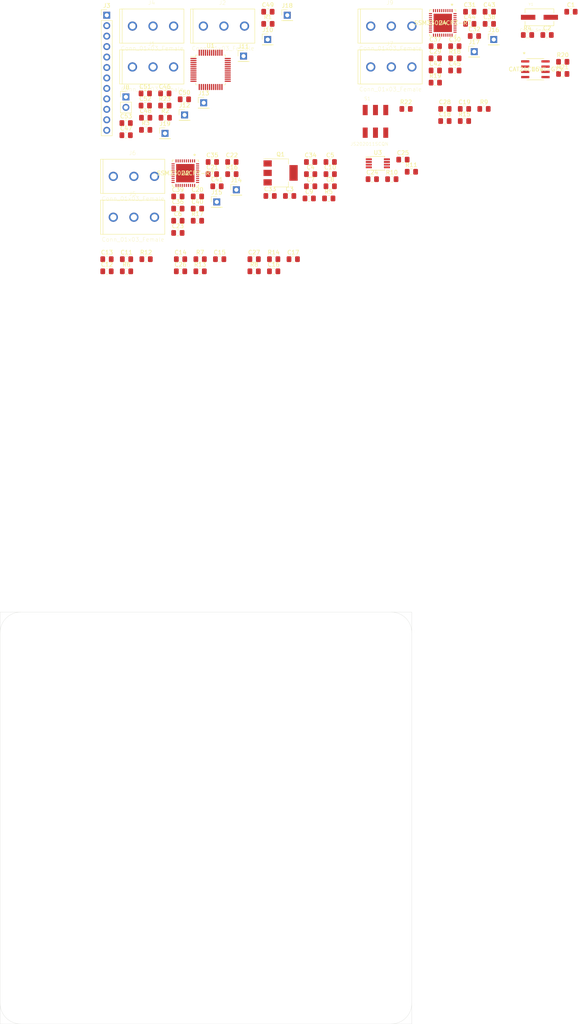
<source format=kicad_pcb>
(kicad_pcb (version 20171130) (host pcbnew "(5.1.4)-1")
  (layers (0 F.Cu signal) (31 B.Cu signal) (34 B.Paste user) (35 F.Paste user) (36 B.SilkS user) (37 F.SilkS user) (38 B.Mask user) (39 F.Mask user) (44 Edge.Cuts user))
  (net 0 "")
  (net 1 "Net-(C1-Pad2)")
  (net 2 GND)
  (net 3 /oscillator/MCLKI)
  (net 4 +3V3)
  (net 5 /power/DVDD)
  (net 6 "Net-(C11-Pad2)")
  (net 7 "Net-(C11-Pad1)")
  (net 8 "/output filter 2/In")
  (net 9 "Net-(C12-Pad1)")
  (net 10 "/output filter 1/In")
  (net 11 "Net-(C14-Pad1)")
  (net 12 "Net-(C15-Pad1)")
  (net 13 "/output filter 3/In")
  (net 14 "Net-(C16-Pad1)")
  (net 15 "Net-(C17-Pad1)")
  (net 16 "/output filter  4/In")
  (net 17 "Net-(C18-Pad1)")
  (net 18 "Net-(C19-Pad1)")
  (net 19 +12V)
  (net 20 "Net-(C26-Pad1)")
  (net 21 "Net-(C27-Pad1)")
  (net 22 "Net-(C28-Pad1)")
  (net 23 "Net-(C35-Pad1)")
  (net 24 "Net-(C36-Pad1)")
  (net 25 "Net-(C37-Pad1)")
  (net 26 "Net-(C38-Pad1)")
  (net 27 "Net-(J1-Pad3)")
  (net 28 "Net-(J1-Pad2)")
  (net 29 "Net-(J3-Pad11)")
  (net 30 "Net-(J3-Pad9)")
  (net 31 "Net-(J3-Pad7)")
  (net 32 "Net-(J3-Pad5)")
  (net 33 "Net-(J3-Pad3)")
  (net 34 "Net-(J3-Pad1)")
  (net 35 "Net-(J3-Pad12)")
  (net 36 "Net-(J3-Pad10)")
  (net 37 "Net-(J3-Pad8)")
  (net 38 "Net-(J3-Pad6)")
  (net 39 "Net-(J3-Pad4)")
  (net 40 "Net-(J3-Pad2)")
  (net 41 /SSM3302_1/IN_R)
  (net 42 /SSM3302_1/IN_L)
  (net 43 /EEPROM/SDA)
  (net 44 /EEPROM/SCL)
  (net 45 /power/VDRIVE)
  (net 46 "Net-(R1-Pad1)")
  (net 47 "Net-(R2-Pad1)")
  (net 48 "Net-(R3-Pad1)")
  (net 49 /oscillator/OSCO)
  (net 50 "Net-(R10-Pad2)")
  (net 51 /SSM3302_2/IN_R)
  (net 52 /SSM3302_2/IN_L)
  (net 53 "Net-(R16-Pad1)")
  (net 54 "Net-(R17-Pad1)")
  (net 55 "Net-(R18-Pad1)")
  (net 56 "Net-(R19-Pad1)")
  (net 57 "Net-(R22-Pad2)")
  (net 58 /EEPROM/WP)
  (net 59 "Net-(U2-Pad18)")
  (net 60 "Net-(U2-Pad13)")
  (net 61 "Net-(U4-Pad18)")
  (net 62 "Net-(U4-Pad13)")
  (net 63 "Net-(U5-Pad3)")
  (net 64 "Net-(U5-Pad2)")
  (net 65 "Net-(U5-Pad1)")
  (net 66 "Net-(C6-Pad2)")
  (net 67 "Net-(C6-Pad1)")
  (net 68 "Net-(C39-Pad2)")
  (net 69 "Net-(C39-Pad1)")
  (net 70 "Net-(C40-Pad2)")
  (net 71 "Net-(C40-Pad1)")
  (net 72 "Net-(C41-Pad2)")
  (net 73 "Net-(C41-Pad1)")
  (net 74 "Net-(C42-Pad2)")
  (net 75 "Net-(C42-Pad1)")
  (net 76 "Net-(C43-Pad2)")
  (net 77 "Net-(C43-Pad1)")
  (net 78 "Net-(C44-Pad2)")
  (net 79 "Net-(C44-Pad1)")
  (net 80 "Net-(C45-Pad2)")
  (net 81 "Net-(C45-Pad1)")
  (net 82 NOT_PWR)
  (net 83 +5V)
  (net 84 "Net-(J14-Pad1)")
  (net 85 "Net-(J15-Pad1)")
  (net 86 "Net-(J16-Pad1)")
  (net 87 "Net-(J17-Pad1)")
  (net 88 "Net-(C46-Pad2)")
  (net 89 "Net-(C46-Pad1)")
  (net 90 "Net-(C48-Pad1)")
  (net 91 "Net-(C50-Pad1)")
  (net 92 "Net-(C52-Pad1)")
  (net 93 "Net-(J18-Pad1)")
  (net 94 "Net-(J19-Pad1)")
  (module ECS-122.8-20-3X-EN-TR:XTAL_ECS-122.8-20-3X-EN-TR (layer F.Cu) (at 193.01 -96.44)
    (fp_text reference Y1 (at -2.05498 -3.1404) (layer F.SilkS) (effects (font (size 0.641428 0.641428) (thickness 0.05))))
    (fp_text value Crystal_Small (at -1.48388 3.10144) (layer F.SilkS) (effects (font (size 0.640379 0.640379) (thickness 0.05))))
    (pad 2 smd rect (at 2.75 0) (size 3.5 1.2) (layers F.Cu F.Paste F.Mask) (net 3 /oscillator/MCLKI))
    (pad 1 smd rect (at -2.75 0) (size 3.5 1.2) (layers F.Cu F.Paste F.Mask) (net 1 "Net-(C1-Pad2)"))
  )
  (module CAT24:CAT24C16WI-GT3 (layer F.Cu) (at 192.0196 -83.8237)
    (fp_text reference U5 (at 0 0) (layer F.SilkS))
    (fp_text value CAT24C16WI-GT3 (at 0 0) (layer F.SilkS))
    (fp_text user * (at -2.7178 -3.6068) (layer F.SilkS))
    (pad 8 smd rect (at 2.4638 -1.905) (size 1.9812 0.5588) (layers F.Cu F.Paste F.Mask) (net 4 +3V3))
    (pad 7 smd rect (at 2.4638 -0.635) (size 1.9812 0.5588) (layers F.Cu F.Paste F.Mask) (net 58 /EEPROM/WP))
    (pad 6 smd rect (at 2.4638 0.635) (size 1.9812 0.5588) (layers F.Cu F.Paste F.Mask) (net 44 /EEPROM/SCL))
    (pad 5 smd rect (at 2.4638 1.905) (size 1.9812 0.5588) (layers F.Cu F.Paste F.Mask) (net 43 /EEPROM/SDA))
    (pad 4 smd rect (at -2.4638 1.905) (size 1.9812 0.5588) (layers F.Cu F.Paste F.Mask) (net 2 GND))
    (pad 3 smd rect (at -2.4638 0.635) (size 1.9812 0.5588) (layers F.Cu F.Paste F.Mask) (net 63 "Net-(U5-Pad3)"))
    (pad 2 smd rect (at -2.4638 -0.635) (size 1.9812 0.5588) (layers F.Cu F.Paste F.Mask) (net 64 "Net-(U5-Pad2)"))
    (pad 1 smd rect (at -2.4638 -1.905) (size 1.9812 0.5588) (layers F.Cu F.Paste F.Mask) (net 65 "Net-(U5-Pad1)"))
  )
  (module SSM3302:SSM3302ACPZ-R7 (layer F.Cu) (at 169.520001 -95.079999)
    (fp_text reference U4 (at 0 0) (layer F.SilkS))
    (fp_text value SSM3302ACPZ-R7 (at 0 0) (layer F.SilkS))
    (fp_text user * (at 2.25 -4.120401) (layer F.SilkS))
    (pad HTAB smd rect (at 0 0) (size 4.450001 4.450001) (layers F.Cu F.Paste F.Mask) (net 2 GND))
    (pad 40 smd rect (at 2.977401 -2.250001 90) (size 0.2492 0.7548) (layers F.Cu F.Paste F.Mask) (net 2 GND))
    (pad 39 smd rect (at 2.977401 -1.749999 90) (size 0.2492 0.7548) (layers F.Cu F.Paste F.Mask) (net 2 GND))
    (pad 38 smd rect (at 2.977401 -1.25 90) (size 0.2492 0.7548) (layers F.Cu F.Paste F.Mask) (net 2 GND))
    (pad 37 smd rect (at 2.977401 -0.750001 90) (size 0.2492 0.7548) (layers F.Cu F.Paste F.Mask) (net 19 +12V))
    (pad 36 smd rect (at 2.977401 -0.25 90) (size 0.2492 0.7548) (layers F.Cu F.Paste F.Mask) (net 19 +12V))
    (pad 35 smd rect (at 2.977401 0.25 90) (size 0.2492 0.7548) (layers F.Cu F.Paste F.Mask) (net 19 +12V))
    (pad 34 smd rect (at 2.977401 0.750001 90) (size 0.2492 0.7548) (layers F.Cu F.Paste F.Mask) (net 19 +12V))
    (pad 33 smd rect (at 2.977401 1.25 90) (size 0.2492 0.7548) (layers F.Cu F.Paste F.Mask) (net 2 GND))
    (pad 32 smd rect (at 2.977401 1.749999 90) (size 0.2492 0.7548) (layers F.Cu F.Paste F.Mask) (net 2 GND))
    (pad 31 smd rect (at 2.977401 2.250001 90) (size 0.2492 0.7548) (layers F.Cu F.Paste F.Mask) (net 2 GND))
    (pad 30 smd rect (at 2.250001 2.977401) (size 0.2492 0.7548) (layers F.Cu F.Paste F.Mask) (net 78 "Net-(C44-Pad2)"))
    (pad 29 smd rect (at 1.749999 2.977401) (size 0.2492 0.7548) (layers F.Cu F.Paste F.Mask) (net 79 "Net-(C44-Pad1)"))
    (pad 28 smd rect (at 1.25 2.977401) (size 0.2492 0.7548) (layers F.Cu F.Paste F.Mask) (net 79 "Net-(C44-Pad1)"))
    (pad 27 smd rect (at 0.750001 2.977401) (size 0.2492 0.7548) (layers F.Cu F.Paste F.Mask) (net 81 "Net-(C45-Pad1)"))
    (pad 26 smd rect (at 0.25 2.977401) (size 0.2492 0.7548) (layers F.Cu F.Paste F.Mask) (net 81 "Net-(C45-Pad1)"))
    (pad 25 smd rect (at -0.25 2.977401) (size 0.2492 0.7548) (layers F.Cu F.Paste F.Mask) (net 80 "Net-(C45-Pad2)"))
    (pad 24 smd rect (at -0.750001 2.977401) (size 0.2492 0.7548) (layers F.Cu F.Paste F.Mask) (net 2 GND))
    (pad 23 smd rect (at -1.25 2.977401) (size 0.2492 0.7548) (layers F.Cu F.Paste F.Mask) (net 4 +3V3))
    (pad 22 smd rect (at -1.749999 2.977401) (size 0.2492 0.7548) (layers F.Cu F.Paste F.Mask) (net 82 NOT_PWR))
    (pad 21 smd rect (at -2.250001 2.977401) (size 0.2492 0.7548) (layers F.Cu F.Paste F.Mask) (net 87 "Net-(J17-Pad1)"))
    (pad 20 smd rect (at -2.977401 2.250001 90) (size 0.2492 0.7548) (layers F.Cu F.Paste F.Mask) (net 51 /SSM3302_2/IN_R))
    (pad 19 smd rect (at -2.977401 1.749999 90) (size 0.2492 0.7548) (layers F.Cu F.Paste F.Mask) (net 56 "Net-(R19-Pad1)"))
    (pad 18 smd rect (at -2.977401 1.25 90) (size 0.2492 0.7548) (layers F.Cu F.Paste F.Mask) (net 61 "Net-(U4-Pad18)"))
    (pad 17 smd rect (at -2.977401 0.750001 90) (size 0.2492 0.7548) (layers F.Cu F.Paste F.Mask) (net 86 "Net-(J16-Pad1)"))
    (pad 16 smd rect (at -2.977401 0.25 90) (size 0.2492 0.7548) (layers F.Cu F.Paste F.Mask) (net 2 GND))
    (pad 15 smd rect (at -2.977401 -0.25 90) (size 0.2492 0.7548) (layers F.Cu F.Paste F.Mask) (net 2 GND))
    (pad 14 smd rect (at -2.977401 -0.750001 90) (size 0.2492 0.7548) (layers F.Cu F.Paste F.Mask) (net 2 GND))
    (pad 13 smd rect (at -2.977401 -1.25 90) (size 0.2492 0.7548) (layers F.Cu F.Paste F.Mask) (net 62 "Net-(U4-Pad13)"))
    (pad 12 smd rect (at -2.977401 -1.749999 90) (size 0.2492 0.7548) (layers F.Cu F.Paste F.Mask) (net 55 "Net-(R18-Pad1)"))
    (pad 11 smd rect (at -2.977401 -2.250001 90) (size 0.2492 0.7548) (layers F.Cu F.Paste F.Mask) (net 52 /SSM3302_2/IN_L))
    (pad 10 smd rect (at -2.250001 -2.977401) (size 0.2492 0.7548) (layers F.Cu F.Paste F.Mask) (net 83 +5V))
    (pad 9 smd rect (at -1.749999 -2.977401) (size 0.2492 0.7548) (layers F.Cu F.Paste F.Mask) (net 82 NOT_PWR))
    (pad 8 smd rect (at -1.25 -2.977401) (size 0.2492 0.7548) (layers F.Cu F.Paste F.Mask) (net 83 +5V))
    (pad 7 smd rect (at -0.750001 -2.977401) (size 0.2492 0.7548) (layers F.Cu F.Paste F.Mask) (net 2 GND))
    (pad 6 smd rect (at -0.25 -2.977401) (size 0.2492 0.7548) (layers F.Cu F.Paste F.Mask) (net 77 "Net-(C43-Pad1)"))
    (pad 5 smd rect (at 0.25 -2.977401) (size 0.2492 0.7548) (layers F.Cu F.Paste F.Mask) (net 76 "Net-(C43-Pad2)"))
    (pad 4 smd rect (at 0.750001 -2.977401) (size 0.2492 0.7548) (layers F.Cu F.Paste F.Mask) (net 76 "Net-(C43-Pad2)"))
    (pad 3 smd rect (at 1.25 -2.977401) (size 0.2492 0.7548) (layers F.Cu F.Paste F.Mask) (net 74 "Net-(C42-Pad2)"))
    (pad 2 smd rect (at 1.749999 -2.977401) (size 0.2492 0.7548) (layers F.Cu F.Paste F.Mask) (net 74 "Net-(C42-Pad2)"))
    (pad 1 smd rect (at 2.250001 -2.977401) (size 0.2492 0.7548) (layers F.Cu F.Paste F.Mask) (net 75 "Net-(C42-Pad1)"))
  )
  (module Package_SO:MSOP-8_3x3mm_P0.65mm (layer F.Cu) (at 153.75 -60.98)
    (fp_text reference U3 (at 0 -2.6) (layer F.SilkS))
    (fp_text value ADP3336ARMZ)
    (pad 8 smd rect (at 2.2 -0.975) (size 1.45 0.45) (layers F.Cu F.Paste F.Mask) (net 19 +12V))
    (pad 7 smd rect (at 2.2 -0.325) (size 1.45 0.45) (layers F.Cu F.Paste F.Mask) (net 19 +12V))
    (pad 6 smd rect (at 2.2 0.325) (size 1.45 0.45) (layers F.Cu F.Paste F.Mask) (net 19 +12V))
    (pad 5 smd rect (at 2.2 0.975) (size 1.45 0.45) (layers F.Cu F.Paste F.Mask) (net 50 "Net-(R10-Pad2)"))
    (pad 4 smd rect (at -2.2 0.975) (size 1.45 0.45) (layers F.Cu F.Paste F.Mask) (net 2 GND))
    (pad 3 smd rect (at -2.2 0.325) (size 1.45 0.45) (layers F.Cu F.Paste F.Mask) (net 4 +3V3))
    (pad 2 smd rect (at -2.2 -0.325) (size 1.45 0.45) (layers F.Cu F.Paste F.Mask) (net 4 +3V3))
    (pad 1 smd rect (at -2.2 -0.975) (size 1.45 0.45) (layers F.Cu F.Paste F.Mask) (net 4 +3V3))
  )
  (module SSM3302:SSM3302ACPZ-R7 (layer F.Cu) (at 106.990001 -58.589999)
    (fp_text reference U2 (at 0 0) (layer F.SilkS))
    (fp_text value SSM3302ACPZ-R7 (at 0 0) (layer F.SilkS))
    (fp_text user * (at 2.25 -4.120401) (layer F.SilkS))
    (pad HTAB smd rect (at 0 0) (size 4.450001 4.450001) (layers F.Cu F.Paste F.Mask) (net 2 GND))
    (pad 40 smd rect (at 2.977401 -2.250001 90) (size 0.2492 0.7548) (layers F.Cu F.Paste F.Mask) (net 2 GND))
    (pad 39 smd rect (at 2.977401 -1.749999 90) (size 0.2492 0.7548) (layers F.Cu F.Paste F.Mask) (net 2 GND))
    (pad 38 smd rect (at 2.977401 -1.25 90) (size 0.2492 0.7548) (layers F.Cu F.Paste F.Mask) (net 2 GND))
    (pad 37 smd rect (at 2.977401 -0.750001 90) (size 0.2492 0.7548) (layers F.Cu F.Paste F.Mask) (net 19 +12V))
    (pad 36 smd rect (at 2.977401 -0.25 90) (size 0.2492 0.7548) (layers F.Cu F.Paste F.Mask) (net 19 +12V))
    (pad 35 smd rect (at 2.977401 0.25 90) (size 0.2492 0.7548) (layers F.Cu F.Paste F.Mask) (net 19 +12V))
    (pad 34 smd rect (at 2.977401 0.750001 90) (size 0.2492 0.7548) (layers F.Cu F.Paste F.Mask) (net 19 +12V))
    (pad 33 smd rect (at 2.977401 1.25 90) (size 0.2492 0.7548) (layers F.Cu F.Paste F.Mask) (net 2 GND))
    (pad 32 smd rect (at 2.977401 1.749999 90) (size 0.2492 0.7548) (layers F.Cu F.Paste F.Mask) (net 2 GND))
    (pad 31 smd rect (at 2.977401 2.250001 90) (size 0.2492 0.7548) (layers F.Cu F.Paste F.Mask) (net 2 GND))
    (pad 30 smd rect (at 2.250001 2.977401) (size 0.2492 0.7548) (layers F.Cu F.Paste F.Mask) (net 70 "Net-(C40-Pad2)"))
    (pad 29 smd rect (at 1.749999 2.977401) (size 0.2492 0.7548) (layers F.Cu F.Paste F.Mask) (net 71 "Net-(C40-Pad1)"))
    (pad 28 smd rect (at 1.25 2.977401) (size 0.2492 0.7548) (layers F.Cu F.Paste F.Mask) (net 71 "Net-(C40-Pad1)"))
    (pad 27 smd rect (at 0.750001 2.977401) (size 0.2492 0.7548) (layers F.Cu F.Paste F.Mask) (net 73 "Net-(C41-Pad1)"))
    (pad 26 smd rect (at 0.25 2.977401) (size 0.2492 0.7548) (layers F.Cu F.Paste F.Mask) (net 73 "Net-(C41-Pad1)"))
    (pad 25 smd rect (at -0.25 2.977401) (size 0.2492 0.7548) (layers F.Cu F.Paste F.Mask) (net 72 "Net-(C41-Pad2)"))
    (pad 24 smd rect (at -0.750001 2.977401) (size 0.2492 0.7548) (layers F.Cu F.Paste F.Mask) (net 2 GND))
    (pad 23 smd rect (at -1.25 2.977401) (size 0.2492 0.7548) (layers F.Cu F.Paste F.Mask) (net 4 +3V3))
    (pad 22 smd rect (at -1.749999 2.977401) (size 0.2492 0.7548) (layers F.Cu F.Paste F.Mask) (net 82 NOT_PWR))
    (pad 21 smd rect (at -2.250001 2.977401) (size 0.2492 0.7548) (layers F.Cu F.Paste F.Mask) (net 85 "Net-(J15-Pad1)"))
    (pad 20 smd rect (at -2.977401 2.250001 90) (size 0.2492 0.7548) (layers F.Cu F.Paste F.Mask) (net 41 /SSM3302_1/IN_R))
    (pad 19 smd rect (at -2.977401 1.749999 90) (size 0.2492 0.7548) (layers F.Cu F.Paste F.Mask) (net 54 "Net-(R17-Pad1)"))
    (pad 18 smd rect (at -2.977401 1.25 90) (size 0.2492 0.7548) (layers F.Cu F.Paste F.Mask) (net 59 "Net-(U2-Pad18)"))
    (pad 17 smd rect (at -2.977401 0.750001 90) (size 0.2492 0.7548) (layers F.Cu F.Paste F.Mask) (net 84 "Net-(J14-Pad1)"))
    (pad 16 smd rect (at -2.977401 0.25 90) (size 0.2492 0.7548) (layers F.Cu F.Paste F.Mask) (net 2 GND))
    (pad 15 smd rect (at -2.977401 -0.25 90) (size 0.2492 0.7548) (layers F.Cu F.Paste F.Mask) (net 2 GND))
    (pad 14 smd rect (at -2.977401 -0.750001 90) (size 0.2492 0.7548) (layers F.Cu F.Paste F.Mask) (net 2 GND))
    (pad 13 smd rect (at -2.977401 -1.25 90) (size 0.2492 0.7548) (layers F.Cu F.Paste F.Mask) (net 60 "Net-(U2-Pad13)"))
    (pad 12 smd rect (at -2.977401 -1.749999 90) (size 0.2492 0.7548) (layers F.Cu F.Paste F.Mask) (net 53 "Net-(R16-Pad1)"))
    (pad 11 smd rect (at -2.977401 -2.250001 90) (size 0.2492 0.7548) (layers F.Cu F.Paste F.Mask) (net 42 /SSM3302_1/IN_L))
    (pad 10 smd rect (at -2.250001 -2.977401) (size 0.2492 0.7548) (layers F.Cu F.Paste F.Mask) (net 83 +5V))
    (pad 9 smd rect (at -1.749999 -2.977401) (size 0.2492 0.7548) (layers F.Cu F.Paste F.Mask) (net 82 NOT_PWR))
    (pad 8 smd rect (at -1.25 -2.977401) (size 0.2492 0.7548) (layers F.Cu F.Paste F.Mask) (net 83 +5V))
    (pad 7 smd rect (at -0.750001 -2.977401) (size 0.2492 0.7548) (layers F.Cu F.Paste F.Mask) (net 2 GND))
    (pad 6 smd rect (at -0.25 -2.977401) (size 0.2492 0.7548) (layers F.Cu F.Paste F.Mask) (net 69 "Net-(C39-Pad1)"))
    (pad 5 smd rect (at 0.25 -2.977401) (size 0.2492 0.7548) (layers F.Cu F.Paste F.Mask) (net 68 "Net-(C39-Pad2)"))
    (pad 4 smd rect (at 0.750001 -2.977401) (size 0.2492 0.7548) (layers F.Cu F.Paste F.Mask) (net 68 "Net-(C39-Pad2)"))
    (pad 3 smd rect (at 1.25 -2.977401) (size 0.2492 0.7548) (layers F.Cu F.Paste F.Mask) (net 66 "Net-(C6-Pad2)"))
    (pad 2 smd rect (at 1.749999 -2.977401) (size 0.2492 0.7548) (layers F.Cu F.Paste F.Mask) (net 66 "Net-(C6-Pad2)"))
    (pad 1 smd rect (at 2.250001 -2.977401) (size 0.2492 0.7548) (layers F.Cu F.Paste F.Mask) (net 67 "Net-(C6-Pad1)"))
  )
  (module Package_QFP:LQFP-48_7x7mm_P0.5mm (layer F.Cu) (at 113.13 -83.67)
    (fp_text reference U1 (at 0 -5.85) (layer F.SilkS))
    (fp_text value ADAU1701)
    (pad 48 smd roundrect (at -2.75 -4.1625) (size 0.3 1.475) (layers F.Cu F.Paste F.Mask) (net 4 +3V3))
    (pad 47 smd roundrect (at -2.25 -4.1625) (size 0.3 1.475) (layers F.Cu F.Paste F.Mask) (net 90 "Net-(C48-Pad1)"))
    (pad 46 smd roundrect (at -1.75 -4.1625) (size 0.3 1.475) (layers F.Cu F.Paste F.Mask) (net 10 "/output filter 1/In"))
    (pad 45 smd roundrect (at -1.25 -4.1625) (size 0.3 1.475) (layers F.Cu F.Paste F.Mask) (net 8 "/output filter 2/In"))
    (pad 44 smd roundrect (at -0.75 -4.1625) (size 0.3 1.475) (layers F.Cu F.Paste F.Mask) (net 13 "/output filter 3/In"))
    (pad 43 smd roundrect (at -0.25 -4.1625) (size 0.3 1.475) (layers F.Cu F.Paste F.Mask) (net 16 "/output filter  4/In"))
    (pad 42 smd roundrect (at 0.25 -4.1625) (size 0.3 1.475) (layers F.Cu F.Paste F.Mask) (net 2 GND))
    (pad 41 smd roundrect (at 0.75 -4.1625) (size 0.3 1.475) (layers F.Cu F.Paste F.Mask) (net 91 "Net-(C50-Pad1)"))
    (pad 40 smd roundrect (at 1.25 -4.1625) (size 0.3 1.475) (layers F.Cu F.Paste F.Mask) (net 92 "Net-(C52-Pad1)"))
    (pad 39 smd roundrect (at 1.75 -4.1625) (size 0.3 1.475) (layers F.Cu F.Paste F.Mask) (net 4 +3V3))
    (pad 38 smd roundrect (at 2.25 -4.1625) (size 0.3 1.475) (layers F.Cu F.Paste F.Mask) (net 2 GND))
    (pad 37 smd roundrect (at 2.75 -4.1625) (size 0.3 1.475) (layers F.Cu F.Paste F.Mask) (net 2 GND))
    (pad 36 smd roundrect (at 4.1625 -2.75) (size 1.475 0.3) (layers F.Cu F.Paste F.Mask) (net 4 +3V3))
    (pad 35 smd roundrect (at 4.1625 -2.25) (size 1.475 0.3) (layers F.Cu F.Paste F.Mask) (net 89 "Net-(C46-Pad1)"))
    (pad 34 smd roundrect (at 4.1625 -1.75) (size 1.475 0.3) (layers F.Cu F.Paste F.Mask) (net 4 +3V3))
    (pad 33 smd roundrect (at 4.1625 -1.25) (size 1.475 0.3) (layers F.Cu F.Paste F.Mask) (net 2 GND))
    (pad 32 smd roundrect (at 4.1625 -0.75) (size 1.475 0.3) (layers F.Cu F.Paste F.Mask) (net 3 /oscillator/MCLKI))
    (pad 31 smd roundrect (at 4.1625 -0.25) (size 1.475 0.3) (layers F.Cu F.Paste F.Mask) (net 49 /oscillator/OSCO))
    (pad 30 smd roundrect (at 4.1625 0.25) (size 1.475 0.3) (layers F.Cu F.Paste F.Mask) (net 2 GND))
    (pad 29 smd roundrect (at 4.1625 0.75) (size 1.475 0.3) (layers F.Cu F.Paste F.Mask) (net 33 "Net-(J3-Pad3)"))
    (pad 28 smd roundrect (at 4.1625 1.25) (size 1.475 0.3) (layers F.Cu F.Paste F.Mask) (net 39 "Net-(J3-Pad4)"))
    (pad 27 smd roundrect (at 4.1625 1.75) (size 1.475 0.3) (layers F.Cu F.Paste F.Mask) (net 30 "Net-(J3-Pad9)"))
    (pad 26 smd roundrect (at 4.1625 2.25) (size 1.475 0.3) (layers F.Cu F.Paste F.Mask) (net 36 "Net-(J3-Pad10)"))
    (pad 25 smd roundrect (at 4.1625 2.75) (size 1.475 0.3) (layers F.Cu F.Paste F.Mask) (net 2 GND))
    (pad 24 smd roundrect (at 2.75 4.1625) (size 0.3 1.475) (layers F.Cu F.Paste F.Mask) (net 5 /power/DVDD))
    (pad 23 smd roundrect (at 2.25 4.1625) (size 0.3 1.475) (layers F.Cu F.Paste F.Mask) (net 44 /EEPROM/SCL))
    (pad 22 smd roundrect (at 1.75 4.1625) (size 0.3 1.475) (layers F.Cu F.Paste F.Mask) (net 43 /EEPROM/SDA))
    (pad 21 smd roundrect (at 1.25 4.1625) (size 0.3 1.475) (layers F.Cu F.Paste F.Mask) (net 58 /EEPROM/WP))
    (pad 20 smd roundrect (at 0.75 4.1625) (size 0.3 1.475) (layers F.Cu F.Paste F.Mask) (net 93 "Net-(J18-Pad1)"))
    (pad 19 smd roundrect (at 0.25 4.1625) (size 0.3 1.475) (layers F.Cu F.Paste F.Mask) (net 35 "Net-(J3-Pad12)"))
    (pad 18 smd roundrect (at -0.25 4.1625) (size 0.3 1.475) (layers F.Cu F.Paste F.Mask) (net 4 +3V3))
    (pad 17 smd roundrect (at -0.75 4.1625) (size 0.3 1.475) (layers F.Cu F.Paste F.Mask) (net 45 /power/VDRIVE))
    (pad 16 smd roundrect (at -1.25 4.1625) (size 0.3 1.475) (layers F.Cu F.Paste F.Mask) (net 29 "Net-(J3-Pad11)"))
    (pad 15 smd roundrect (at -1.75 4.1625) (size 0.3 1.475) (layers F.Cu F.Paste F.Mask) (net 31 "Net-(J3-Pad7)"))
    (pad 14 smd roundrect (at -2.25 4.1625) (size 0.3 1.475) (layers F.Cu F.Paste F.Mask) (net 37 "Net-(J3-Pad8)"))
    (pad 13 smd roundrect (at -2.75 4.1625) (size 0.3 1.475) (layers F.Cu F.Paste F.Mask) (net 5 /power/DVDD))
    (pad 12 smd roundrect (at -4.1625 2.75) (size 1.475 0.3) (layers F.Cu F.Paste F.Mask) (net 2 GND))
    (pad 11 smd roundrect (at -4.1625 2.25) (size 1.475 0.3) (layers F.Cu F.Paste F.Mask) (net 34 "Net-(J3-Pad1)"))
    (pad 10 smd roundrect (at -4.1625 1.75) (size 1.475 0.3) (layers F.Cu F.Paste F.Mask) (net 40 "Net-(J3-Pad2)"))
    (pad 9 smd roundrect (at -4.1625 1.25) (size 1.475 0.3) (layers F.Cu F.Paste F.Mask) (net 38 "Net-(J3-Pad6)"))
    (pad 8 smd roundrect (at -4.1625 0.75) (size 1.475 0.3) (layers F.Cu F.Paste F.Mask) (net 32 "Net-(J3-Pad5)"))
    (pad 7 smd roundrect (at -4.1625 0.25) (size 1.475 0.3) (layers F.Cu F.Paste F.Mask) (net 2 GND))
    (pad 6 smd roundrect (at -4.1625 -0.25) (size 1.475 0.3) (layers F.Cu F.Paste F.Mask) (net 4 +3V3))
    (pad 5 smd roundrect (at -4.1625 -0.75) (size 1.475 0.3) (layers F.Cu F.Paste F.Mask) (net 94 "Net-(J19-Pad1)"))
    (pad 4 smd roundrect (at -4.1625 -1.25) (size 1.475 0.3) (layers F.Cu F.Paste F.Mask) (net 48 "Net-(R3-Pad1)"))
    (pad 3 smd roundrect (at -4.1625 -1.75) (size 1.475 0.3) (layers F.Cu F.Paste F.Mask) (net 46 "Net-(R1-Pad1)"))
    (pad 2 smd roundrect (at -4.1625 -2.25) (size 1.475 0.3) (layers F.Cu F.Paste F.Mask) (net 47 "Net-(R2-Pad1)"))
    (pad 1 smd roundrect (at -4.1625 -2.75) (size 1.475 0.3) (layers F.Cu F.Paste F.Mask) (net 2 GND))
  )
  (module "Switch JS202011SCQN:SW_JS202011SCQN" (layer F.Cu) (at 153.1785 -71.165001)
    (fp_text reference S1 (at -1.97145 -5.51762) (layer F.SilkS) (effects (font (size 0.801394 0.801394) (thickness 0.05))))
    (fp_text value JS202011SCQN (at -1.46182 5.49885) (layer F.SilkS) (effects (font (size 0.801 0.801) (thickness 0.05))))
    (pad 6 smd rect (at 2.5 -2.75) (size 1.2 2.5) (layers F.Cu F.Paste F.Mask) (net 57 "Net-(R22-Pad2)"))
    (pad 5 smd rect (at 0 -2.75) (size 1.2 2.5) (layers F.Cu F.Paste F.Mask) (net 58 /EEPROM/WP))
    (pad 4 smd rect (at -2.5 -2.75) (size 1.2 2.5) (layers F.Cu F.Paste F.Mask) (net 2 GND))
    (pad 3 smd rect (at 2.5 2.75) (size 1.2 2.5) (layers F.Cu F.Paste F.Mask) (net 57 "Net-(R22-Pad2)"))
    (pad 2 smd rect (at 0 2.75) (size 1.2 2.5) (layers F.Cu F.Paste F.Mask) (net 58 /EEPROM/WP))
    (pad 1 smd rect (at -2.5 2.75) (size 1.2 2.5) (layers F.Cu F.Paste F.Mask) (net 2 GND))
  )
  (module Resistor_SMD:R_0805_2012Metric_Pad1.15x1.40mm_HandSolder (layer F.Cu) (at 102.01 -75)
    (fp_text reference R23 (at 0 -1.65) (layer F.SilkS))
    (fp_text value 475r)
    (pad 2 smd roundrect (at 1.025 0) (size 1.15 1.4) (layers F.Cu F.Paste F.Mask) (roundrect_rratio 0.217391) (net 4 +3V3))
    (pad 1 smd roundrect (at -1.025 0) (size 1.15 1.4) (layers F.Cu F.Paste F.Mask) (roundrect_rratio 0.217391) (net 88 "Net-(C46-Pad2)"))
  )
  (module Resistor_SMD:R_0805_2012Metric_Pad1.15x1.40mm_HandSolder (layer F.Cu) (at 160.61 -74.19)
    (fp_text reference R22 (at 0 -1.65) (layer F.SilkS))
    (fp_text value 2k20)
    (pad 2 smd roundrect (at 1.025 0) (size 1.15 1.4) (layers F.Cu F.Paste F.Mask) (roundrect_rratio 0.217391) (net 57 "Net-(R22-Pad2)"))
    (pad 1 smd roundrect (at -1.025 0) (size 1.15 1.4) (layers F.Cu F.Paste F.Mask) (roundrect_rratio 0.217391) (net 4 +3V3))
  )
  (module Resistor_SMD:R_0805_2012Metric_Pad1.15x1.40mm_HandSolder (layer F.Cu) (at 198.67 -82.68)
    (fp_text reference R21 (at 0 -1.65) (layer F.SilkS))
    (fp_text value 2k20)
    (pad 2 smd roundrect (at 1.025 0) (size 1.15 1.4) (layers F.Cu F.Paste F.Mask) (roundrect_rratio 0.217391) (net 43 /EEPROM/SDA))
    (pad 1 smd roundrect (at -1.025 0) (size 1.15 1.4) (layers F.Cu F.Paste F.Mask) (roundrect_rratio 0.217391) (net 4 +3V3))
  )
  (module Resistor_SMD:R_0805_2012Metric_Pad1.15x1.40mm_HandSolder (layer F.Cu) (at 198.67 -85.63)
    (fp_text reference R20 (at 0 -1.65) (layer F.SilkS))
    (fp_text value 2k20)
    (pad 2 smd roundrect (at 1.025 0) (size 1.15 1.4) (layers F.Cu F.Paste F.Mask) (roundrect_rratio 0.217391) (net 44 /EEPROM/SCL))
    (pad 1 smd roundrect (at -1.025 0) (size 1.15 1.4) (layers F.Cu F.Paste F.Mask) (roundrect_rratio 0.217391) (net 4 +3V3))
  )
  (module Resistor_SMD:R_0805_2012Metric_Pad1.15x1.40mm_HandSolder (layer F.Cu) (at 167.71 -80.57)
    (fp_text reference R19 (at 0 -1.65) (layer F.SilkS))
    (fp_text value 13k)
    (pad 2 smd roundrect (at 1.025 0) (size 1.15 1.4) (layers F.Cu F.Paste F.Mask) (roundrect_rratio 0.217391) (net 26 "Net-(C38-Pad1)"))
    (pad 1 smd roundrect (at -1.025 0) (size 1.15 1.4) (layers F.Cu F.Paste F.Mask) (roundrect_rratio 0.217391) (net 56 "Net-(R19-Pad1)"))
  )
  (module Resistor_SMD:R_0805_2012Metric_Pad1.15x1.40mm_HandSolder (layer F.Cu) (at 172.46 -86.47)
    (fp_text reference R18 (at 0 -1.65) (layer F.SilkS))
    (fp_text value 13k)
    (pad 2 smd roundrect (at 1.025 0) (size 1.15 1.4) (layers F.Cu F.Paste F.Mask) (roundrect_rratio 0.217391) (net 25 "Net-(C37-Pad1)"))
    (pad 1 smd roundrect (at -1.025 0) (size 1.15 1.4) (layers F.Cu F.Paste F.Mask) (roundrect_rratio 0.217391) (net 55 "Net-(R18-Pad1)"))
  )
  (module Resistor_SMD:R_0805_2012Metric_Pad1.15x1.40mm_HandSolder (layer F.Cu) (at 109.93 -47.03)
    (fp_text reference R17 (at 0 -1.65) (layer F.SilkS))
    (fp_text value 13k)
    (pad 2 smd roundrect (at 1.025 0) (size 1.15 1.4) (layers F.Cu F.Paste F.Mask) (roundrect_rratio 0.217391) (net 24 "Net-(C36-Pad1)"))
    (pad 1 smd roundrect (at -1.025 0) (size 1.15 1.4) (layers F.Cu F.Paste F.Mask) (roundrect_rratio 0.217391) (net 54 "Net-(R17-Pad1)"))
  )
  (module Resistor_SMD:R_0805_2012Metric_Pad1.15x1.40mm_HandSolder (layer F.Cu) (at 118.3 -58.35)
    (fp_text reference R16 (at 0 -1.65) (layer F.SilkS))
    (fp_text value 13k)
    (pad 2 smd roundrect (at 1.025 0) (size 1.15 1.4) (layers F.Cu F.Paste F.Mask) (roundrect_rratio 0.217391) (net 23 "Net-(C35-Pad1)"))
    (pad 1 smd roundrect (at -1.025 0) (size 1.15 1.4) (layers F.Cu F.Paste F.Mask) (roundrect_rratio 0.217391) (net 53 "Net-(R16-Pad1)"))
  )
  (module Resistor_SMD:R_0805_2012Metric_Pad1.15x1.40mm_HandSolder (layer F.Cu) (at 174.79 -71.24)
    (fp_text reference R15 (at 0 -1.65) (layer F.SilkS))
    (fp_text value 13k)
    (pad 2 smd roundrect (at 1.025 0) (size 1.15 1.4) (layers F.Cu F.Paste F.Mask) (roundrect_rratio 0.217391) (net 22 "Net-(C28-Pad1)"))
    (pad 1 smd roundrect (at -1.025 0) (size 1.15 1.4) (layers F.Cu F.Paste F.Mask) (roundrect_rratio 0.217391) (net 52 /SSM3302_2/IN_L))
  )
  (module Resistor_SMD:R_0805_2012Metric_Pad1.15x1.40mm_HandSolder (layer F.Cu) (at 128.45 -37.7)
    (fp_text reference R14 (at 0 -1.65) (layer F.SilkS))
    (fp_text value 13k)
    (pad 2 smd roundrect (at 1.025 0) (size 1.15 1.4) (layers F.Cu F.Paste F.Mask) (roundrect_rratio 0.217391) (net 21 "Net-(C27-Pad1)"))
    (pad 1 smd roundrect (at -1.025 0) (size 1.15 1.4) (layers F.Cu F.Paste F.Mask) (roundrect_rratio 0.217391) (net 51 /SSM3302_2/IN_R))
  )
  (module Resistor_SMD:R_0805_2012Metric_Pad1.15x1.40mm_HandSolder (layer F.Cu) (at 110.58 -34.75)
    (fp_text reference R13 (at 0 -1.65) (layer F.SilkS))
    (fp_text value 13k)
    (pad 2 smd roundrect (at 1.025 0) (size 1.15 1.4) (layers F.Cu F.Paste F.Mask) (roundrect_rratio 0.217391) (net 20 "Net-(C26-Pad1)"))
    (pad 1 smd roundrect (at -1.025 0) (size 1.15 1.4) (layers F.Cu F.Paste F.Mask) (roundrect_rratio 0.217391) (net 41 /SSM3302_1/IN_R))
  )
  (module Resistor_SMD:R_0805_2012Metric_Pad1.15x1.40mm_HandSolder (layer F.Cu) (at 97.46 -37.7)
    (fp_text reference R12 (at 0 -1.65) (layer F.SilkS))
    (fp_text value 13k)
    (pad 2 smd roundrect (at 1.025 0) (size 1.15 1.4) (layers F.Cu F.Paste F.Mask) (roundrect_rratio 0.217391) (net 7 "Net-(C11-Pad1)"))
    (pad 1 smd roundrect (at -1.025 0) (size 1.15 1.4) (layers F.Cu F.Paste F.Mask) (roundrect_rratio 0.217391) (net 42 /SSM3302_1/IN_L))
  )
  (module Resistor_SMD:R_0805_2012Metric_Pad1.15x1.40mm_HandSolder (layer F.Cu) (at 161.9 -58.93)
    (fp_text reference R11 (at 0 -1.65) (layer F.SilkS))
    (fp_text value 78.7k)
    (pad 2 smd roundrect (at 1.025 0) (size 1.15 1.4) (layers F.Cu F.Paste F.Mask) (roundrect_rratio 0.217391) (net 2 GND))
    (pad 1 smd roundrect (at -1.025 0) (size 1.15 1.4) (layers F.Cu F.Paste F.Mask) (roundrect_rratio 0.217391) (net 50 "Net-(R10-Pad2)"))
  )
  (module Resistor_SMD:R_0805_2012Metric_Pad1.15x1.40mm_HandSolder (layer F.Cu) (at 157.15 -57.13)
    (fp_text reference R10 (at 0 -1.65) (layer F.SilkS))
    (fp_text value 140k)
    (pad 2 smd roundrect (at 1.025 0) (size 1.15 1.4) (layers F.Cu F.Paste F.Mask) (roundrect_rratio 0.217391) (net 50 "Net-(R10-Pad2)"))
    (pad 1 smd roundrect (at -1.025 0) (size 1.15 1.4) (layers F.Cu F.Paste F.Mask) (roundrect_rratio 0.217391) (net 4 +3V3))
  )
  (module Resistor_SMD:R_0805_2012Metric_Pad1.15x1.40mm_HandSolder (layer F.Cu) (at 179.54 -74.19)
    (fp_text reference R9 (at 0 -1.65) (layer F.SilkS))
    (fp_text value 560r)
    (pad 2 smd roundrect (at 1.025 0) (size 1.15 1.4) (layers F.Cu F.Paste F.Mask) (roundrect_rratio 0.217391) (net 17 "Net-(C18-Pad1)"))
    (pad 1 smd roundrect (at -1.025 0) (size 1.15 1.4) (layers F.Cu F.Paste F.Mask) (roundrect_rratio 0.217391) (net 18 "Net-(C19-Pad1)"))
  )
  (module Resistor_SMD:R_0805_2012Metric_Pad1.15x1.40mm_HandSolder (layer F.Cu) (at 123.7 -34.75)
    (fp_text reference R8 (at 0 -1.65) (layer F.SilkS))
    (fp_text value 560r)
    (pad 2 smd roundrect (at 1.025 0) (size 1.15 1.4) (layers F.Cu F.Paste F.Mask) (roundrect_rratio 0.217391) (net 14 "Net-(C16-Pad1)"))
    (pad 1 smd roundrect (at -1.025 0) (size 1.15 1.4) (layers F.Cu F.Paste F.Mask) (roundrect_rratio 0.217391) (net 15 "Net-(C17-Pad1)"))
  )
  (module Resistor_SMD:R_0805_2012Metric_Pad1.15x1.40mm_HandSolder (layer F.Cu) (at 110.58 -37.7)
    (fp_text reference R7 (at 0 -1.65) (layer F.SilkS))
    (fp_text value 560r)
    (pad 2 smd roundrect (at 1.025 0) (size 1.15 1.4) (layers F.Cu F.Paste F.Mask) (roundrect_rratio 0.217391) (net 11 "Net-(C14-Pad1)"))
    (pad 1 smd roundrect (at -1.025 0) (size 1.15 1.4) (layers F.Cu F.Paste F.Mask) (roundrect_rratio 0.217391) (net 12 "Net-(C15-Pad1)"))
  )
  (module Resistor_SMD:R_0805_2012Metric_Pad1.15x1.40mm_HandSolder (layer F.Cu) (at 92.71 -34.75)
    (fp_text reference R6 (at 0 -1.65) (layer F.SilkS))
    (fp_text value 560r)
    (pad 2 smd roundrect (at 1.025 0) (size 1.15 1.4) (layers F.Cu F.Paste F.Mask) (roundrect_rratio 0.217391) (net 9 "Net-(C12-Pad1)"))
    (pad 1 smd roundrect (at -1.025 0) (size 1.15 1.4) (layers F.Cu F.Paste F.Mask) (roundrect_rratio 0.217391) (net 6 "Net-(C11-Pad2)"))
  )
  (module Resistor_SMD:R_0805_2012Metric_Pad1.15x1.40mm_HandSolder (layer F.Cu) (at 141.83 -52.45)
    (fp_text reference R5 (at 0 -1.65) (layer F.SilkS))
    (fp_text value 1k00)
    (pad 2 smd roundrect (at 1.025 0) (size 1.15 1.4) (layers F.Cu F.Paste F.Mask) (roundrect_rratio 0.217391) (net 45 /power/VDRIVE))
    (pad 1 smd roundrect (at -1.025 0) (size 1.15 1.4) (layers F.Cu F.Paste F.Mask) (roundrect_rratio 0.217391) (net 4 +3V3))
  )
  (module Resistor_SMD:R_0805_2012Metric_Pad1.15x1.40mm_HandSolder (layer F.Cu) (at 190.11 -92.14)
    (fp_text reference R4 (at 0 -1.65) (layer F.SilkS))
    (fp_text value 100)
    (pad 2 smd roundrect (at 1.025 0) (size 1.15 1.4) (layers F.Cu F.Paste F.Mask) (roundrect_rratio 0.217391) (net 1 "Net-(C1-Pad2)"))
    (pad 1 smd roundrect (at -1.025 0) (size 1.15 1.4) (layers F.Cu F.Paste F.Mask) (roundrect_rratio 0.217391) (net 49 /oscillator/OSCO))
  )
  (module Resistor_SMD:R_0805_2012Metric_Pad1.15x1.40mm_HandSolder (layer F.Cu) (at 97.36 -69.1)
    (fp_text reference R3 (at 0 -1.65) (layer F.SilkS))
    (fp_text value 18k0)
    (pad 2 smd roundrect (at 1.025 0) (size 1.15 1.4) (layers F.Cu F.Paste F.Mask) (roundrect_rratio 0.217391) (net 28 "Net-(J1-Pad2)"))
    (pad 1 smd roundrect (at -1.025 0) (size 1.15 1.4) (layers F.Cu F.Paste F.Mask) (roundrect_rratio 0.217391) (net 48 "Net-(R3-Pad1)"))
  )
  (module Resistor_SMD:R_0805_2012Metric_Pad1.15x1.40mm_HandSolder (layer F.Cu) (at 102.11 -72.05)
    (fp_text reference R2 (at 0 -1.65) (layer F.SilkS))
    (fp_text value 18k0)
    (pad 2 smd roundrect (at 1.025 0) (size 1.15 1.4) (layers F.Cu F.Paste F.Mask) (roundrect_rratio 0.217391) (net 27 "Net-(J1-Pad3)"))
    (pad 1 smd roundrect (at -1.025 0) (size 1.15 1.4) (layers F.Cu F.Paste F.Mask) (roundrect_rratio 0.217391) (net 47 "Net-(R2-Pad1)"))
  )
  (module Resistor_SMD:R_0805_2012Metric_Pad1.15x1.40mm_HandSolder (layer F.Cu) (at 127.05 -94.84)
    (fp_text reference R1 (at 0 -1.65) (layer F.SilkS))
    (fp_text value 18k)
    (pad 2 smd roundrect (at 1.025 0) (size 1.15 1.4) (layers F.Cu F.Paste F.Mask) (roundrect_rratio 0.217391) (net 2 GND))
    (pad 1 smd roundrect (at -1.025 0) (size 1.15 1.4) (layers F.Cu F.Paste F.Mask) (roundrect_rratio 0.217391) (net 46 "Net-(R1-Pad1)"))
  )
  (module Package_TO_SOT_SMD:SOT-223 (layer F.Cu) (at 130.13 -58.65)
    (fp_text reference Q1 (at 0 -4.5) (layer F.SilkS))
    (fp_text value Q_PNP_BCEC)
    (pad 1 smd rect (at -3.15 -2.3) (size 2 1.5) (layers F.Cu F.Paste F.Mask) (net 45 /power/VDRIVE))
    (pad 3 smd rect (at -3.15 2.3) (size 2 1.5) (layers F.Cu F.Paste F.Mask) (net 4 +3V3))
    (pad 2 smd rect (at -3.15 0) (size 2 1.5) (layers F.Cu F.Paste F.Mask) (net 5 /power/DVDD))
    (pad 4 smd rect (at 3.15 0) (size 2 3.8) (layers F.Cu F.Paste F.Mask) (net 5 /power/DVDD))
  )
  (module Connector_PinHeader_2.54mm:PinHeader_1x01_P2.54mm_Vertical (layer F.Cu) (at 102.06 -68.25)
    (fp_text reference J19 (at 0 -2.33) (layer F.SilkS))
    (fp_text value Reset)
    (pad 1 thru_hole rect (at 0 0) (size 1.7 1.7) (drill 1) (layers *.Cu *.Mask) (net 94 "Net-(J19-Pad1)"))
  )
  (module Connector_PinHeader_2.54mm:PinHeader_1x01_P2.54mm_Vertical (layer F.Cu) (at 131.75 -96.94)
    (fp_text reference J18 (at 0 -2.33) (layer F.SilkS))
    (fp_text value WB_Pin)
    (pad 1 thru_hole rect (at 0 0) (size 1.7 1.7) (drill 1) (layers *.Cu *.Mask) (net 93 "Net-(J18-Pad1)"))
  )
  (module Connector_PinHeader_2.54mm:PinHeader_1x01_P2.54mm_Vertical (layer F.Cu) (at 177.16 -88.09)
    (fp_text reference J17 (at 0 -2.33) (layer F.SilkS))
    (fp_text value Gain_Conn)
    (pad 1 thru_hole rect (at 0 0) (size 1.7 1.7) (drill 1) (layers *.Cu *.Mask) (net 87 "Net-(J17-Pad1)"))
  )
  (module Connector_PinHeader_2.54mm:PinHeader_1x01_P2.54mm_Vertical (layer F.Cu) (at 181.91 -91.04)
    (fp_text reference J16 (at 0 -2.33) (layer F.SilkS))
    (fp_text value THERM)
    (pad 1 thru_hole rect (at 0 0) (size 1.7 1.7) (drill 1) (layers *.Cu *.Mask) (net 86 "Net-(J16-Pad1)"))
  )
  (module Connector_PinHeader_2.54mm:PinHeader_1x01_P2.54mm_Vertical (layer F.Cu) (at 114.63 -51.6)
    (fp_text reference J15 (at 0 -2.33) (layer F.SilkS))
    (fp_text value Gain_Conn)
    (pad 1 thru_hole rect (at 0 0) (size 1.7 1.7) (drill 1) (layers *.Cu *.Mask) (net 85 "Net-(J15-Pad1)"))
  )
  (module Connector_PinHeader_2.54mm:PinHeader_1x01_P2.54mm_Vertical (layer F.Cu) (at 119.38 -54.55)
    (fp_text reference J14 (at 0 -2.33) (layer F.SilkS))
    (fp_text value THERM)
    (pad 1 thru_hole rect (at 0 0) (size 1.7 1.7) (drill 1) (layers *.Cu *.Mask) (net 84 "Net-(J14-Pad1)"))
  )
  (module Connector_PinHeader_2.54mm:PinHeader_1x01_P2.54mm_Vertical (layer F.Cu) (at 111.46 -75.67)
    (fp_text reference J13 (at 0 -2.33) (layer F.SilkS))
    (fp_text value 5V_Conn)
    (pad 1 thru_hole rect (at 0 0) (size 1.7 1.7) (drill 1) (layers *.Cu *.Mask) (net 83 +5V))
  )
  (module Connector_PinHeader_2.54mm:PinHeader_1x01_P2.54mm_Vertical (layer F.Cu) (at 106.81 -72.72)
    (fp_text reference J12 (at 0 -2.33) (layer F.SilkS))
    (fp_text value GND_Conn)
    (pad 1 thru_hole rect (at 0 0) (size 1.7 1.7) (drill 1) (layers *.Cu *.Mask) (net 2 GND))
  )
  (module Connector_PinHeader_2.54mm:PinHeader_1x01_P2.54mm_Vertical (layer F.Cu) (at 121.13 -87.02)
    (fp_text reference J11 (at 0 -2.33) (layer F.SilkS))
    (fp_text value 3.3V_Conn)
    (pad 1 thru_hole rect (at 0 0) (size 1.7 1.7) (drill 1) (layers *.Cu *.Mask) (net 4 +3V3))
  )
  (module Connector_PinHeader_2.54mm:PinHeader_1x01_P2.54mm_Vertical (layer F.Cu) (at 127 -91.04)
    (fp_text reference J10 (at 0 -2.33) (layer F.SilkS))
    (fp_text value NOT_PWR_CONN)
    (pad 1 thru_hole rect (at 0 0) (size 1.7 1.7) (drill 1) (layers *.Cu *.Mask) (net 82 NOT_PWR))
  )
  (module 691213710003:691213710003 (layer F.Cu) (at 157.0285 -94.3015)
    (fp_text reference J9 (at -0.352 -5.6619) (layer F.SilkS) (effects (font (thickness 0.05))))
    (fp_text value Conn_01x03_Female (at -0.217 5.42) (layer F.SilkS) (effects (font (thickness 0.05))))
    (fp_text user 1 (at -5.5 2.75) (layer Edge.Cuts) (effects (font (thickness 0.05))))
    (pad 3 thru_hole circle (at 5 0) (size 2.25 2.25) (drill 1.5) (layers *.Cu *.Mask) (net 81 "Net-(C45-Pad1)"))
    (pad 1 thru_hole circle (at -5 0) (size 2.25 2.25) (drill 1.5) (layers *.Cu *.Mask) (net 79 "Net-(C44-Pad1)"))
    (pad 2 thru_hole circle (at 0 0) (size 2.25 2.25) (drill 1.5) (layers *.Cu *.Mask) (net 79 "Net-(C44-Pad1)"))
  )
  (module Connector_PinHeader_2.54mm:PinHeader_1x02_P2.54mm_Vertical (layer F.Cu) (at 92.56 -77.1)
    (fp_text reference J8 (at 0 -2.33) (layer F.SilkS))
    (fp_text value CONN_EEPROM)
    (pad 2 thru_hole oval (at 0 2.54) (size 1.7 1.7) (drill 1) (layers *.Cu *.Mask) (net 43 /EEPROM/SDA))
    (pad 1 thru_hole rect (at 0 0) (size 1.7 1.7) (drill 1) (layers *.Cu *.Mask) (net 44 /EEPROM/SCL))
  )
  (module 691213710003:691213710003 (layer F.Cu) (at 157.0285 -84.3815)
    (fp_text reference J7 (at -0.352 -5.6619) (layer F.SilkS) (effects (font (thickness 0.05))))
    (fp_text value Conn_01x03_Female (at -0.217 5.42) (layer F.SilkS) (effects (font (thickness 0.05))))
    (fp_text user 1 (at -5.5 2.75) (layer Edge.Cuts) (effects (font (thickness 0.05))))
    (pad 3 thru_hole circle (at 5 0) (size 2.25 2.25) (drill 1.5) (layers *.Cu *.Mask) (net 74 "Net-(C42-Pad2)"))
    (pad 1 thru_hole circle (at -5 0) (size 2.25 2.25) (drill 1.5) (layers *.Cu *.Mask) (net 76 "Net-(C43-Pad2)"))
    (pad 2 thru_hole circle (at 0 0) (size 2.25 2.25) (drill 1.5) (layers *.Cu *.Mask) (net 74 "Net-(C42-Pad2)"))
  )
  (module 691213710003:691213710003 (layer F.Cu) (at 94.4985 -57.8115)
    (fp_text reference J6 (at -0.352 -5.6619) (layer F.SilkS) (effects (font (thickness 0.05))))
    (fp_text value Conn_01x03_Female (at -0.217 5.42) (layer F.SilkS) (effects (font (thickness 0.05))))
    (fp_text user 1 (at -5.5 2.75) (layer Edge.Cuts) (effects (font (thickness 0.05))))
    (pad 3 thru_hole circle (at 5 0) (size 2.25 2.25) (drill 1.5) (layers *.Cu *.Mask) (net 73 "Net-(C41-Pad1)"))
    (pad 1 thru_hole circle (at -5 0) (size 2.25 2.25) (drill 1.5) (layers *.Cu *.Mask) (net 71 "Net-(C40-Pad1)"))
    (pad 2 thru_hole circle (at 0 0) (size 2.25 2.25) (drill 1.5) (layers *.Cu *.Mask) (net 71 "Net-(C40-Pad1)"))
  )
  (module 691213710003:691213710003 (layer F.Cu) (at 94.4985 -47.8915)
    (fp_text reference J5 (at -0.352 -5.6619) (layer F.SilkS) (effects (font (thickness 0.05))))
    (fp_text value Conn_01x03_Female (at -0.217 5.42) (layer F.SilkS) (effects (font (thickness 0.05))))
    (fp_text user 1 (at -5.5 2.75) (layer Edge.Cuts) (effects (font (thickness 0.05))))
    (pad 3 thru_hole circle (at 5 0) (size 2.25 2.25) (drill 1.5) (layers *.Cu *.Mask) (net 66 "Net-(C6-Pad2)"))
    (pad 1 thru_hole circle (at -5 0) (size 2.25 2.25) (drill 1.5) (layers *.Cu *.Mask) (net 68 "Net-(C39-Pad2)"))
    (pad 2 thru_hole circle (at 0 0) (size 2.25 2.25) (drill 1.5) (layers *.Cu *.Mask) (net 66 "Net-(C6-Pad2)"))
  )
  (module 691213710003:691213710003 (layer F.Cu) (at 99.1485 -94.3015)
    (fp_text reference J4 (at -0.352 -5.6619) (layer F.SilkS) (effects (font (thickness 0.05))))
    (fp_text value Conn_01x03_Female (at -0.217 5.42) (layer F.SilkS) (effects (font (thickness 0.05))))
    (fp_text user 1 (at -5.5 2.75) (layer Edge.Cuts) (effects (font (thickness 0.05))))
    (pad 3 thru_hole circle (at 5 0) (size 2.25 2.25) (drill 1.5) (layers *.Cu *.Mask) (net 2 GND))
    (pad 1 thru_hole circle (at -5 0) (size 2.25 2.25) (drill 1.5) (layers *.Cu *.Mask) (net 41 /SSM3302_1/IN_R))
    (pad 2 thru_hole circle (at 0 0) (size 2.25 2.25) (drill 1.5) (layers *.Cu *.Mask) (net 42 /SSM3302_1/IN_L))
  )
  (module Connector_PinHeader_2.54mm:PinHeader_1x12_P2.54mm_Vertical (layer F.Cu) (at 87.91 -96.94)
    (fp_text reference J3 (at 0 -2.33) (layer F.SilkS))
    (fp_text value Conn_01x12_Female)
    (pad 12 thru_hole oval (at 0 27.94) (size 1.7 1.7) (drill 1) (layers *.Cu *.Mask) (net 35 "Net-(J3-Pad12)"))
    (pad 11 thru_hole oval (at 0 25.4) (size 1.7 1.7) (drill 1) (layers *.Cu *.Mask) (net 29 "Net-(J3-Pad11)"))
    (pad 10 thru_hole oval (at 0 22.86) (size 1.7 1.7) (drill 1) (layers *.Cu *.Mask) (net 36 "Net-(J3-Pad10)"))
    (pad 9 thru_hole oval (at 0 20.32) (size 1.7 1.7) (drill 1) (layers *.Cu *.Mask) (net 30 "Net-(J3-Pad9)"))
    (pad 8 thru_hole oval (at 0 17.78) (size 1.7 1.7) (drill 1) (layers *.Cu *.Mask) (net 37 "Net-(J3-Pad8)"))
    (pad 7 thru_hole oval (at 0 15.24) (size 1.7 1.7) (drill 1) (layers *.Cu *.Mask) (net 31 "Net-(J3-Pad7)"))
    (pad 6 thru_hole oval (at 0 12.7) (size 1.7 1.7) (drill 1) (layers *.Cu *.Mask) (net 38 "Net-(J3-Pad6)"))
    (pad 5 thru_hole oval (at 0 10.16) (size 1.7 1.7) (drill 1) (layers *.Cu *.Mask) (net 32 "Net-(J3-Pad5)"))
    (pad 4 thru_hole oval (at 0 7.62) (size 1.7 1.7) (drill 1) (layers *.Cu *.Mask) (net 39 "Net-(J3-Pad4)"))
    (pad 3 thru_hole oval (at 0 5.08) (size 1.7 1.7) (drill 1) (layers *.Cu *.Mask) (net 33 "Net-(J3-Pad3)"))
    (pad 2 thru_hole oval (at 0 2.54) (size 1.7 1.7) (drill 1) (layers *.Cu *.Mask) (net 40 "Net-(J3-Pad2)"))
    (pad 1 thru_hole rect (at 0 0) (size 1.7 1.7) (drill 1) (layers *.Cu *.Mask) (net 34 "Net-(J3-Pad1)"))
  )
  (module 691213710003:691213710003 (layer F.Cu) (at 116.3685 -94.3015)
    (fp_text reference J2 (at -0.352 -5.6619) (layer F.SilkS) (effects (font (thickness 0.05))))
    (fp_text value Conn_01x03_Female (at -0.217 5.42) (layer F.SilkS) (effects (font (thickness 0.05))))
    (fp_text user 1 (at -5.5 2.75) (layer Edge.Cuts) (effects (font (thickness 0.05))))
    (pad 3 thru_hole circle (at 5 0) (size 2.25 2.25) (drill 1.5) (layers *.Cu *.Mask) (net 19 +12V))
    (pad 1 thru_hole circle (at -5 0) (size 2.25 2.25) (drill 1.5) (layers *.Cu *.Mask) (net 2 GND))
    (pad 2 thru_hole circle (at 0 0) (size 2.25 2.25) (drill 1.5) (layers *.Cu *.Mask) (net 2 GND))
  )
  (module 691213710003:691213710003 (layer F.Cu) (at 99.1485 -84.3815)
    (fp_text reference J1 (at -0.352 -5.6619) (layer F.SilkS) (effects (font (thickness 0.05))))
    (fp_text value Conn_01x03_Female (at -0.217 5.42) (layer F.SilkS) (effects (font (thickness 0.05))))
    (fp_text user 1 (at -5.5 2.75) (layer Edge.Cuts) (effects (font (thickness 0.05))))
    (pad 3 thru_hole circle (at 5 0) (size 2.25 2.25) (drill 1.5) (layers *.Cu *.Mask) (net 27 "Net-(J1-Pad3)"))
    (pad 1 thru_hole circle (at -5 0) (size 2.25 2.25) (drill 1.5) (layers *.Cu *.Mask) (net 2 GND))
    (pad 2 thru_hole circle (at 0 0) (size 2.25 2.25) (drill 1.5) (layers *.Cu *.Mask) (net 28 "Net-(J1-Pad2)"))
  )
  (module Capacitor_SMD:C_0805_2012Metric_Pad1.15x1.40mm_HandSolder (layer F.Cu) (at 92.61 -70.75)
    (fp_text reference C53 (at 0 -1.65) (layer F.SilkS))
    (fp_text value 47uF)
    (pad 2 smd roundrect (at 1.025 0) (size 1.15 1.4) (layers F.Cu F.Paste F.Mask) (roundrect_rratio 0.217391) (net 2 GND))
    (pad 1 smd roundrect (at -1.025 0) (size 1.15 1.4) (layers F.Cu F.Paste F.Mask) (roundrect_rratio 0.217391) (net 92 "Net-(C52-Pad1)"))
  )
  (module Capacitor_SMD:C_0805_2012Metric_Pad1.15x1.40mm_HandSolder (layer F.Cu) (at 97.26 -75)
    (fp_text reference C52 (at 0 -1.65) (layer F.SilkS))
    (fp_text value 100nF)
    (pad 2 smd roundrect (at 1.025 0) (size 1.15 1.4) (layers F.Cu F.Paste F.Mask) (roundrect_rratio 0.217391) (net 2 GND))
    (pad 1 smd roundrect (at -1.025 0) (size 1.15 1.4) (layers F.Cu F.Paste F.Mask) (roundrect_rratio 0.217391) (net 92 "Net-(C52-Pad1)"))
  )
  (module Capacitor_SMD:C_0805_2012Metric_Pad1.15x1.40mm_HandSolder (layer F.Cu) (at 97.26 -77.95)
    (fp_text reference C51 (at 0 -1.65) (layer F.SilkS))
    (fp_text value 10uF)
    (pad 2 smd roundrect (at 1.025 0) (size 1.15 1.4) (layers F.Cu F.Paste F.Mask) (roundrect_rratio 0.217391) (net 2 GND))
    (pad 1 smd roundrect (at -1.025 0) (size 1.15 1.4) (layers F.Cu F.Paste F.Mask) (roundrect_rratio 0.217391) (net 91 "Net-(C50-Pad1)"))
  )
  (module Capacitor_SMD:C_0805_2012Metric_Pad1.15x1.40mm_HandSolder (layer F.Cu) (at 106.76 -76.52)
    (fp_text reference C50 (at 0 -1.65) (layer F.SilkS))
    (fp_text value 100nF)
    (pad 2 smd roundrect (at 1.025 0) (size 1.15 1.4) (layers F.Cu F.Paste F.Mask) (roundrect_rratio 0.217391) (net 2 GND))
    (pad 1 smd roundrect (at -1.025 0) (size 1.15 1.4) (layers F.Cu F.Paste F.Mask) (roundrect_rratio 0.217391) (net 91 "Net-(C50-Pad1)"))
  )
  (module Capacitor_SMD:C_0805_2012Metric_Pad1.15x1.40mm_HandSolder (layer F.Cu) (at 127.05 -97.79)
    (fp_text reference C49 (at 0 -1.65) (layer F.SilkS))
    (fp_text value 10uF)
    (pad 2 smd roundrect (at 1.025 0) (size 1.15 1.4) (layers F.Cu F.Paste F.Mask) (roundrect_rratio 0.217391) (net 2 GND))
    (pad 1 smd roundrect (at -1.025 0) (size 1.15 1.4) (layers F.Cu F.Paste F.Mask) (roundrect_rratio 0.217391) (net 90 "Net-(C48-Pad1)"))
  )
  (module Capacitor_SMD:C_0805_2012Metric_Pad1.15x1.40mm_HandSolder (layer F.Cu) (at 97.36 -72.05)
    (fp_text reference C48 (at 0 -1.65) (layer F.SilkS))
    (fp_text value 100nF)
    (pad 2 smd roundrect (at 1.025 0) (size 1.15 1.4) (layers F.Cu F.Paste F.Mask) (roundrect_rratio 0.217391) (net 2 GND))
    (pad 1 smd roundrect (at -1.025 0) (size 1.15 1.4) (layers F.Cu F.Paste F.Mask) (roundrect_rratio 0.217391) (net 90 "Net-(C48-Pad1)"))
  )
  (module Capacitor_SMD:C_0805_2012Metric_Pad1.15x1.40mm_HandSolder (layer F.Cu) (at 92.61 -67.8)
    (fp_text reference C47 (at 0 -1.65) (layer F.SilkS))
    (fp_text value 3n3F)
    (pad 2 smd roundrect (at 1.025 0) (size 1.15 1.4) (layers F.Cu F.Paste F.Mask) (roundrect_rratio 0.217391) (net 4 +3V3))
    (pad 1 smd roundrect (at -1.025 0) (size 1.15 1.4) (layers F.Cu F.Paste F.Mask) (roundrect_rratio 0.217391) (net 89 "Net-(C46-Pad1)"))
  )
  (module Capacitor_SMD:C_0805_2012Metric_Pad1.15x1.40mm_HandSolder (layer F.Cu) (at 102.01 -77.95)
    (fp_text reference C46 (at 0 -1.65) (layer F.SilkS))
    (fp_text value 56nF)
    (pad 2 smd roundrect (at 1.025 0) (size 1.15 1.4) (layers F.Cu F.Paste F.Mask) (roundrect_rratio 0.217391) (net 88 "Net-(C46-Pad2)"))
    (pad 1 smd roundrect (at -1.025 0) (size 1.15 1.4) (layers F.Cu F.Paste F.Mask) (roundrect_rratio 0.217391) (net 89 "Net-(C46-Pad1)"))
  )
  (module Capacitor_SMD:C_0805_2012Metric_Pad1.15x1.40mm_HandSolder (layer F.Cu) (at 172.46 -83.52)
    (fp_text reference C45 (at 0 -1.65) (layer F.SilkS))
    (fp_text value .22uF)
    (pad 2 smd roundrect (at 1.025 0) (size 1.15 1.4) (layers F.Cu F.Paste F.Mask) (roundrect_rratio 0.217391) (net 80 "Net-(C45-Pad2)"))
    (pad 1 smd roundrect (at -1.025 0) (size 1.15 1.4) (layers F.Cu F.Paste F.Mask) (roundrect_rratio 0.217391) (net 81 "Net-(C45-Pad1)"))
  )
  (module Capacitor_SMD:C_0805_2012Metric_Pad1.15x1.40mm_HandSolder (layer F.Cu) (at 176.08 -94.84)
    (fp_text reference C44 (at 0 -1.65) (layer F.SilkS))
    (fp_text value .22uF)
    (pad 2 smd roundrect (at 1.025 0) (size 1.15 1.4) (layers F.Cu F.Paste F.Mask) (roundrect_rratio 0.217391) (net 78 "Net-(C44-Pad2)"))
    (pad 1 smd roundrect (at -1.025 0) (size 1.15 1.4) (layers F.Cu F.Paste F.Mask) (roundrect_rratio 0.217391) (net 79 "Net-(C44-Pad1)"))
  )
  (module Capacitor_SMD:C_0805_2012Metric_Pad1.15x1.40mm_HandSolder (layer F.Cu) (at 180.83 -97.79)
    (fp_text reference C43 (at 0 -1.65) (layer F.SilkS))
    (fp_text value .22uF)
    (pad 2 smd roundrect (at 1.025 0) (size 1.15 1.4) (layers F.Cu F.Paste F.Mask) (roundrect_rratio 0.217391) (net 76 "Net-(C43-Pad2)"))
    (pad 1 smd roundrect (at -1.025 0) (size 1.15 1.4) (layers F.Cu F.Paste F.Mask) (roundrect_rratio 0.217391) (net 77 "Net-(C43-Pad1)"))
  )
  (module Capacitor_SMD:C_0805_2012Metric_Pad1.15x1.40mm_HandSolder (layer F.Cu) (at 167.71 -83.52)
    (fp_text reference C42 (at 0 -1.65) (layer F.SilkS))
    (fp_text value .22uF)
    (pad 2 smd roundrect (at 1.025 0) (size 1.15 1.4) (layers F.Cu F.Paste F.Mask) (roundrect_rratio 0.217391) (net 74 "Net-(C42-Pad2)"))
    (pad 1 smd roundrect (at -1.025 0) (size 1.15 1.4) (layers F.Cu F.Paste F.Mask) (roundrect_rratio 0.217391) (net 75 "Net-(C42-Pad1)"))
  )
  (module Capacitor_SMD:C_0805_2012Metric_Pad1.15x1.40mm_HandSolder (layer F.Cu) (at 114.68 -55.4)
    (fp_text reference C41 (at 0 -1.65) (layer F.SilkS))
    (fp_text value .22uF)
    (pad 2 smd roundrect (at 1.025 0) (size 1.15 1.4) (layers F.Cu F.Paste F.Mask) (roundrect_rratio 0.217391) (net 72 "Net-(C41-Pad2)"))
    (pad 1 smd roundrect (at -1.025 0) (size 1.15 1.4) (layers F.Cu F.Paste F.Mask) (roundrect_rratio 0.217391) (net 73 "Net-(C41-Pad1)"))
  )
  (module Capacitor_SMD:C_0805_2012Metric_Pad1.15x1.40mm_HandSolder (layer F.Cu) (at 109.93 -49.98)
    (fp_text reference C40 (at 0 -1.65) (layer F.SilkS))
    (fp_text value .22uF)
    (pad 2 smd roundrect (at 1.025 0) (size 1.15 1.4) (layers F.Cu F.Paste F.Mask) (roundrect_rratio 0.217391) (net 70 "Net-(C40-Pad2)"))
    (pad 1 smd roundrect (at -1.025 0) (size 1.15 1.4) (layers F.Cu F.Paste F.Mask) (roundrect_rratio 0.217391) (net 71 "Net-(C40-Pad1)"))
  )
  (module Capacitor_SMD:C_0805_2012Metric_Pad1.15x1.40mm_HandSolder (layer F.Cu) (at 105.18 -52.93)
    (fp_text reference C39 (at 0 -1.65) (layer F.SilkS))
    (fp_text value .22uF)
    (pad 2 smd roundrect (at 1.025 0) (size 1.15 1.4) (layers F.Cu F.Paste F.Mask) (roundrect_rratio 0.217391) (net 68 "Net-(C39-Pad2)"))
    (pad 1 smd roundrect (at -1.025 0) (size 1.15 1.4) (layers F.Cu F.Paste F.Mask) (roundrect_rratio 0.217391) (net 69 "Net-(C39-Pad1)"))
  )
  (module Capacitor_SMD:C_0805_2012Metric_Pad1.15x1.40mm_HandSolder (layer F.Cu) (at 180.83 -94.84)
    (fp_text reference C38 (at 0 -1.65) (layer F.SilkS))
    (fp_text value 100nF)
    (pad 2 smd roundrect (at 1.025 0) (size 1.15 1.4) (layers F.Cu F.Paste F.Mask) (roundrect_rratio 0.217391) (net 2 GND))
    (pad 1 smd roundrect (at -1.025 0) (size 1.15 1.4) (layers F.Cu F.Paste F.Mask) (roundrect_rratio 0.217391) (net 26 "Net-(C38-Pad1)"))
  )
  (module Capacitor_SMD:C_0805_2012Metric_Pad1.15x1.40mm_HandSolder (layer F.Cu) (at 167.71 -89.42)
    (fp_text reference C37 (at 0 -1.65) (layer F.SilkS))
    (fp_text value 100nF)
    (pad 2 smd roundrect (at 1.025 0) (size 1.15 1.4) (layers F.Cu F.Paste F.Mask) (roundrect_rratio 0.217391) (net 2 GND))
    (pad 1 smd roundrect (at -1.025 0) (size 1.15 1.4) (layers F.Cu F.Paste F.Mask) (roundrect_rratio 0.217391) (net 25 "Net-(C37-Pad1)"))
  )
  (module Capacitor_SMD:C_0805_2012Metric_Pad1.15x1.40mm_HandSolder (layer F.Cu) (at 105.18 -49.98)
    (fp_text reference C36 (at 0 -1.65) (layer F.SilkS))
    (fp_text value 100nF)
    (pad 2 smd roundrect (at 1.025 0) (size 1.15 1.4) (layers F.Cu F.Paste F.Mask) (roundrect_rratio 0.217391) (net 2 GND))
    (pad 1 smd roundrect (at -1.025 0) (size 1.15 1.4) (layers F.Cu F.Paste F.Mask) (roundrect_rratio 0.217391) (net 24 "Net-(C36-Pad1)"))
  )
  (module Capacitor_SMD:C_0805_2012Metric_Pad1.15x1.40mm_HandSolder (layer F.Cu) (at 113.55 -61.3)
    (fp_text reference C35 (at 0 -1.65) (layer F.SilkS))
    (fp_text value 100nF)
    (pad 2 smd roundrect (at 1.025 0) (size 1.15 1.4) (layers F.Cu F.Paste F.Mask) (roundrect_rratio 0.217391) (net 2 GND))
    (pad 1 smd roundrect (at -1.025 0) (size 1.15 1.4) (layers F.Cu F.Paste F.Mask) (roundrect_rratio 0.217391) (net 23 "Net-(C35-Pad1)"))
  )
  (module Capacitor_SMD:C_0805_2012Metric_Pad1.15x1.40mm_HandSolder (layer F.Cu) (at 137.43 -61.3)
    (fp_text reference C34 (at 0 -1.65) (layer F.SilkS))
    (fp_text value 100nF)
    (pad 2 smd roundrect (at 1.025 0) (size 1.15 1.4) (layers F.Cu F.Paste F.Mask) (roundrect_rratio 0.217391) (net 5 /power/DVDD))
    (pad 1 smd roundrect (at -1.025 0) (size 1.15 1.4) (layers F.Cu F.Paste F.Mask) (roundrect_rratio 0.217391) (net 2 GND))
  )
  (module Capacitor_SMD:C_0805_2012Metric_Pad1.15x1.40mm_HandSolder (layer F.Cu) (at 127.58 -53.05)
    (fp_text reference C33 (at 0 -1.65) (layer F.SilkS))
    (fp_text value 100nF)
    (pad 2 smd roundrect (at 1.025 0) (size 1.15 1.4) (layers F.Cu F.Paste F.Mask) (roundrect_rratio 0.217391) (net 2 GND))
    (pad 1 smd roundrect (at -1.025 0) (size 1.15 1.4) (layers F.Cu F.Paste F.Mask) (roundrect_rratio 0.217391) (net 4 +3V3))
  )
  (module Capacitor_SMD:C_0805_2012Metric_Pad1.15x1.40mm_HandSolder (layer F.Cu) (at 177.21 -91.89)
    (fp_text reference C32 (at 0 -1.65) (layer F.SilkS))
    (fp_text value 1uF)
    (pad 2 smd roundrect (at 1.025 0) (size 1.15 1.4) (layers F.Cu F.Paste F.Mask) (roundrect_rratio 0.217391) (net 2 GND))
    (pad 1 smd roundrect (at -1.025 0) (size 1.15 1.4) (layers F.Cu F.Paste F.Mask) (roundrect_rratio 0.217391) (net 19 +12V))
  )
  (module Capacitor_SMD:C_0805_2012Metric_Pad1.15x1.40mm_HandSolder (layer F.Cu) (at 176.08 -97.79)
    (fp_text reference C31 (at 0 -1.65) (layer F.SilkS))
    (fp_text value 1uF)
    (pad 2 smd roundrect (at 1.025 0) (size 1.15 1.4) (layers F.Cu F.Paste F.Mask) (roundrect_rratio 0.217391) (net 2 GND))
    (pad 1 smd roundrect (at -1.025 0) (size 1.15 1.4) (layers F.Cu F.Paste F.Mask) (roundrect_rratio 0.217391) (net 19 +12V))
  )
  (module Capacitor_SMD:C_0805_2012Metric_Pad1.15x1.40mm_HandSolder (layer F.Cu) (at 172.46 -89.42)
    (fp_text reference C30 (at 0 -1.65) (layer F.SilkS))
    (fp_text value 10uF)
    (pad 2 smd roundrect (at 1.025 0) (size 1.15 1.4) (layers F.Cu F.Paste F.Mask) (roundrect_rratio 0.217391) (net 2 GND))
    (pad 1 smd roundrect (at -1.025 0) (size 1.15 1.4) (layers F.Cu F.Paste F.Mask) (roundrect_rratio 0.217391) (net 19 +12V))
  )
  (module Capacitor_SMD:C_0805_2012Metric_Pad1.15x1.40mm_HandSolder (layer F.Cu) (at 167.71 -86.47)
    (fp_text reference C29 (at 0 -1.65) (layer F.SilkS))
    (fp_text value 470uF)
    (pad 2 smd roundrect (at 1.025 0) (size 1.15 1.4) (layers F.Cu F.Paste F.Mask) (roundrect_rratio 0.217391) (net 2 GND))
    (pad 1 smd roundrect (at -1.025 0) (size 1.15 1.4) (layers F.Cu F.Paste F.Mask) (roundrect_rratio 0.217391) (net 19 +12V))
  )
  (module Capacitor_SMD:C_0805_2012Metric_Pad1.15x1.40mm_HandSolder (layer F.Cu) (at 170.04 -74.19)
    (fp_text reference C28 (at 0 -1.65) (layer F.SilkS))
    (fp_text value 100nF)
    (pad 2 smd roundrect (at 1.025 0) (size 1.15 1.4) (layers F.Cu F.Paste F.Mask) (roundrect_rratio 0.217391) (net 18 "Net-(C19-Pad1)"))
    (pad 1 smd roundrect (at -1.025 0) (size 1.15 1.4) (layers F.Cu F.Paste F.Mask) (roundrect_rratio 0.217391) (net 22 "Net-(C28-Pad1)"))
  )
  (module Capacitor_SMD:C_0805_2012Metric_Pad1.15x1.40mm_HandSolder (layer F.Cu) (at 123.7 -37.7)
    (fp_text reference C27 (at 0 -1.65) (layer F.SilkS))
    (fp_text value 100nF)
    (pad 2 smd roundrect (at 1.025 0) (size 1.15 1.4) (layers F.Cu F.Paste F.Mask) (roundrect_rratio 0.217391) (net 15 "Net-(C17-Pad1)"))
    (pad 1 smd roundrect (at -1.025 0) (size 1.15 1.4) (layers F.Cu F.Paste F.Mask) (roundrect_rratio 0.217391) (net 21 "Net-(C27-Pad1)"))
  )
  (module Capacitor_SMD:C_0805_2012Metric_Pad1.15x1.40mm_HandSolder (layer F.Cu) (at 105.83 -34.75)
    (fp_text reference C26 (at 0 -1.65) (layer F.SilkS))
    (fp_text value 100nF)
    (pad 2 smd roundrect (at 1.025 0) (size 1.15 1.4) (layers F.Cu F.Paste F.Mask) (roundrect_rratio 0.217391) (net 12 "Net-(C15-Pad1)"))
    (pad 1 smd roundrect (at -1.025 0) (size 1.15 1.4) (layers F.Cu F.Paste F.Mask) (roundrect_rratio 0.217391) (net 20 "Net-(C26-Pad1)"))
  )
  (module Capacitor_SMD:C_0805_2012Metric_Pad1.15x1.40mm_HandSolder (layer F.Cu) (at 159.85 -61.88)
    (fp_text reference C25 (at 0 -1.65) (layer F.SilkS))
    (fp_text value 1uF)
    (pad 2 smd roundrect (at 1.025 0) (size 1.15 1.4) (layers F.Cu F.Paste F.Mask) (roundrect_rratio 0.217391) (net 2 GND))
    (pad 1 smd roundrect (at -1.025 0) (size 1.15 1.4) (layers F.Cu F.Paste F.Mask) (roundrect_rratio 0.217391) (net 4 +3V3))
  )
  (module Capacitor_SMD:C_0805_2012Metric_Pad1.15x1.40mm_HandSolder (layer F.Cu) (at 152.4 -57.13)
    (fp_text reference C24 (at 0 -1.65) (layer F.SilkS))
    (fp_text value 1uF)
    (pad 2 smd roundrect (at 1.025 0) (size 1.15 1.4) (layers F.Cu F.Paste F.Mask) (roundrect_rratio 0.217391) (net 2 GND))
    (pad 1 smd roundrect (at -1.025 0) (size 1.15 1.4) (layers F.Cu F.Paste F.Mask) (roundrect_rratio 0.217391) (net 19 +12V))
  )
  (module Capacitor_SMD:C_0805_2012Metric_Pad1.15x1.40mm_HandSolder (layer F.Cu) (at 105.18 -44.08)
    (fp_text reference C23 (at 0 -1.65) (layer F.SilkS))
    (fp_text value 1uF)
    (pad 2 smd roundrect (at 1.025 0) (size 1.15 1.4) (layers F.Cu F.Paste F.Mask) (roundrect_rratio 0.217391) (net 2 GND))
    (pad 1 smd roundrect (at -1.025 0) (size 1.15 1.4) (layers F.Cu F.Paste F.Mask) (roundrect_rratio 0.217391) (net 19 +12V))
  )
  (module Capacitor_SMD:C_0805_2012Metric_Pad1.15x1.40mm_HandSolder (layer F.Cu) (at 118.3 -61.3)
    (fp_text reference C22 (at 0 -1.65) (layer F.SilkS))
    (fp_text value 1uF)
    (pad 2 smd roundrect (at 1.025 0) (size 1.15 1.4) (layers F.Cu F.Paste F.Mask) (roundrect_rratio 0.217391) (net 2 GND))
    (pad 1 smd roundrect (at -1.025 0) (size 1.15 1.4) (layers F.Cu F.Paste F.Mask) (roundrect_rratio 0.217391) (net 19 +12V))
  )
  (module Capacitor_SMD:C_0805_2012Metric_Pad1.15x1.40mm_HandSolder (layer F.Cu) (at 113.55 -58.35)
    (fp_text reference C21 (at 0 -1.65) (layer F.SilkS))
    (fp_text value 10uF)
    (pad 2 smd roundrect (at 1.025 0) (size 1.15 1.4) (layers F.Cu F.Paste F.Mask) (roundrect_rratio 0.217391) (net 2 GND))
    (pad 1 smd roundrect (at -1.025 0) (size 1.15 1.4) (layers F.Cu F.Paste F.Mask) (roundrect_rratio 0.217391) (net 19 +12V))
  )
  (module Capacitor_SMD:C_0805_2012Metric_Pad1.15x1.40mm_HandSolder (layer F.Cu) (at 109.93 -52.93)
    (fp_text reference C20 (at 0 -1.65) (layer F.SilkS))
    (fp_text value 470uF)
    (pad 2 smd roundrect (at 1.025 0) (size 1.15 1.4) (layers F.Cu F.Paste F.Mask) (roundrect_rratio 0.217391) (net 2 GND))
    (pad 1 smd roundrect (at -1.025 0) (size 1.15 1.4) (layers F.Cu F.Paste F.Mask) (roundrect_rratio 0.217391) (net 19 +12V))
  )
  (module Capacitor_SMD:C_0805_2012Metric_Pad1.15x1.40mm_HandSolder (layer F.Cu) (at 174.79 -74.19)
    (fp_text reference C19 (at 0 -1.65) (layer F.SilkS))
    (fp_text value 5n6F)
    (pad 2 smd roundrect (at 1.025 0) (size 1.15 1.4) (layers F.Cu F.Paste F.Mask) (roundrect_rratio 0.217391) (net 2 GND))
    (pad 1 smd roundrect (at -1.025 0) (size 1.15 1.4) (layers F.Cu F.Paste F.Mask) (roundrect_rratio 0.217391) (net 18 "Net-(C19-Pad1)"))
  )
  (module Capacitor_SMD:C_0805_2012Metric_Pad1.15x1.40mm_HandSolder (layer F.Cu) (at 170.04 -71.24)
    (fp_text reference C18 (at 0 -1.65) (layer F.SilkS))
    (fp_text value 47uF)
    (pad 2 smd roundrect (at 1.025 0) (size 1.15 1.4) (layers F.Cu F.Paste F.Mask) (roundrect_rratio 0.217391) (net 16 "/output filter  4/In"))
    (pad 1 smd roundrect (at -1.025 0) (size 1.15 1.4) (layers F.Cu F.Paste F.Mask) (roundrect_rratio 0.217391) (net 17 "Net-(C18-Pad1)"))
  )
  (module Capacitor_SMD:C_0805_2012Metric_Pad1.15x1.40mm_HandSolder (layer F.Cu) (at 133.2 -37.7)
    (fp_text reference C17 (at 0 -1.65) (layer F.SilkS))
    (fp_text value 5n6F)
    (pad 2 smd roundrect (at 1.025 0) (size 1.15 1.4) (layers F.Cu F.Paste F.Mask) (roundrect_rratio 0.217391) (net 2 GND))
    (pad 1 smd roundrect (at -1.025 0) (size 1.15 1.4) (layers F.Cu F.Paste F.Mask) (roundrect_rratio 0.217391) (net 15 "Net-(C17-Pad1)"))
  )
  (module Capacitor_SMD:C_0805_2012Metric_Pad1.15x1.40mm_HandSolder (layer F.Cu) (at 128.45 -34.75)
    (fp_text reference C16 (at 0 -1.65) (layer F.SilkS))
    (fp_text value 47uF)
    (pad 2 smd roundrect (at 1.025 0) (size 1.15 1.4) (layers F.Cu F.Paste F.Mask) (roundrect_rratio 0.217391) (net 13 "/output filter 3/In"))
    (pad 1 smd roundrect (at -1.025 0) (size 1.15 1.4) (layers F.Cu F.Paste F.Mask) (roundrect_rratio 0.217391) (net 14 "Net-(C16-Pad1)"))
  )
  (module Capacitor_SMD:C_0805_2012Metric_Pad1.15x1.40mm_HandSolder (layer F.Cu) (at 115.33 -37.7)
    (fp_text reference C15 (at 0 -1.65) (layer F.SilkS))
    (fp_text value 5n6F)
    (pad 2 smd roundrect (at 1.025 0) (size 1.15 1.4) (layers F.Cu F.Paste F.Mask) (roundrect_rratio 0.217391) (net 2 GND))
    (pad 1 smd roundrect (at -1.025 0) (size 1.15 1.4) (layers F.Cu F.Paste F.Mask) (roundrect_rratio 0.217391) (net 12 "Net-(C15-Pad1)"))
  )
  (module Capacitor_SMD:C_0805_2012Metric_Pad1.15x1.40mm_HandSolder (layer F.Cu) (at 105.83 -37.7)
    (fp_text reference C14 (at 0 -1.65) (layer F.SilkS))
    (fp_text value 47uF)
    (pad 2 smd roundrect (at 1.025 0) (size 1.15 1.4) (layers F.Cu F.Paste F.Mask) (roundrect_rratio 0.217391) (net 10 "/output filter 1/In"))
    (pad 1 smd roundrect (at -1.025 0) (size 1.15 1.4) (layers F.Cu F.Paste F.Mask) (roundrect_rratio 0.217391) (net 11 "Net-(C14-Pad1)"))
  )
  (module Capacitor_SMD:C_0805_2012Metric_Pad1.15x1.40mm_HandSolder (layer F.Cu) (at 87.96 -37.7)
    (fp_text reference C13 (at 0 -1.65) (layer F.SilkS))
    (fp_text value 5n6F)
    (pad 2 smd roundrect (at 1.025 0) (size 1.15 1.4) (layers F.Cu F.Paste F.Mask) (roundrect_rratio 0.217391) (net 2 GND))
    (pad 1 smd roundrect (at -1.025 0) (size 1.15 1.4) (layers F.Cu F.Paste F.Mask) (roundrect_rratio 0.217391) (net 6 "Net-(C11-Pad2)"))
  )
  (module Capacitor_SMD:C_0805_2012Metric_Pad1.15x1.40mm_HandSolder (layer F.Cu) (at 87.96 -34.75)
    (fp_text reference C12 (at 0 -1.65) (layer F.SilkS))
    (fp_text value 47uF)
    (pad 2 smd roundrect (at 1.025 0) (size 1.15 1.4) (layers F.Cu F.Paste F.Mask) (roundrect_rratio 0.217391) (net 8 "/output filter 2/In"))
    (pad 1 smd roundrect (at -1.025 0) (size 1.15 1.4) (layers F.Cu F.Paste F.Mask) (roundrect_rratio 0.217391) (net 9 "Net-(C12-Pad1)"))
  )
  (module Capacitor_SMD:C_0805_2012Metric_Pad1.15x1.40mm_HandSolder (layer F.Cu) (at 92.71 -37.7)
    (fp_text reference C11 (at 0 -1.65) (layer F.SilkS))
    (fp_text value 100nF)
    (pad 2 smd roundrect (at 1.025 0) (size 1.15 1.4) (layers F.Cu F.Paste F.Mask) (roundrect_rratio 0.217391) (net 6 "Net-(C11-Pad2)"))
    (pad 1 smd roundrect (at -1.025 0) (size 1.15 1.4) (layers F.Cu F.Paste F.Mask) (roundrect_rratio 0.217391) (net 7 "Net-(C11-Pad1)"))
  )
  (module Capacitor_SMD:C_0805_2012Metric_Pad1.15x1.40mm_HandSolder (layer F.Cu) (at 142.18 -58.35)
    (fp_text reference C10 (at 0 -1.65) (layer F.SilkS))
    (fp_text value 100nF)
    (pad 2 smd roundrect (at 1.025 0) (size 1.15 1.4) (layers F.Cu F.Paste F.Mask) (roundrect_rratio 0.217391) (net 5 /power/DVDD))
    (pad 1 smd roundrect (at -1.025 0) (size 1.15 1.4) (layers F.Cu F.Paste F.Mask) (roundrect_rratio 0.217391) (net 2 GND))
  )
  (module Capacitor_SMD:C_0805_2012Metric_Pad1.15x1.40mm_HandSolder (layer F.Cu) (at 137.08 -52.45)
    (fp_text reference C9 (at 0 -1.65) (layer F.SilkS))
    (fp_text value 10uF)
    (pad 2 smd roundrect (at 1.025 0) (size 1.15 1.4) (layers F.Cu F.Paste F.Mask) (roundrect_rratio 0.217391) (net 5 /power/DVDD))
    (pad 1 smd roundrect (at -1.025 0) (size 1.15 1.4) (layers F.Cu F.Paste F.Mask) (roundrect_rratio 0.217391) (net 2 GND))
  )
  (module Capacitor_SMD:C_0805_2012Metric_Pad1.15x1.40mm_HandSolder (layer F.Cu) (at 142.18 -55.4)
    (fp_text reference C8 (at 0 -1.65) (layer F.SilkS))
    (fp_text value 100nF)
    (pad 2 smd roundrect (at 1.025 0) (size 1.15 1.4) (layers F.Cu F.Paste F.Mask) (roundrect_rratio 0.217391) (net 4 +3V3))
    (pad 1 smd roundrect (at -1.025 0) (size 1.15 1.4) (layers F.Cu F.Paste F.Mask) (roundrect_rratio 0.217391) (net 2 GND))
  )
  (module Capacitor_SMD:C_0805_2012Metric_Pad1.15x1.40mm_HandSolder (layer F.Cu) (at 137.43 -55.4)
    (fp_text reference C7 (at 0 -1.65) (layer F.SilkS))
    (fp_text value 10uF)
    (pad 2 smd roundrect (at 1.025 0) (size 1.15 1.4) (layers F.Cu F.Paste F.Mask) (roundrect_rratio 0.217391) (net 4 +3V3))
    (pad 1 smd roundrect (at -1.025 0) (size 1.15 1.4) (layers F.Cu F.Paste F.Mask) (roundrect_rratio 0.217391) (net 2 GND))
  )
  (module Capacitor_SMD:C_0805_2012Metric_Pad1.15x1.40mm_HandSolder (layer F.Cu) (at 105.18 -47.03)
    (fp_text reference C6 (at 0 -1.65) (layer F.SilkS))
    (fp_text value .22uF)
    (pad 2 smd roundrect (at 1.025 0) (size 1.15 1.4) (layers F.Cu F.Paste F.Mask) (roundrect_rratio 0.217391) (net 66 "Net-(C6-Pad2)"))
    (pad 1 smd roundrect (at -1.025 0) (size 1.15 1.4) (layers F.Cu F.Paste F.Mask) (roundrect_rratio 0.217391) (net 67 "Net-(C6-Pad1)"))
  )
  (module Capacitor_SMD:C_0805_2012Metric_Pad1.15x1.40mm_HandSolder (layer F.Cu) (at 142.18 -61.3)
    (fp_text reference C5 (at 0 -1.65) (layer F.SilkS))
    (fp_text value 10uF)
    (pad 2 smd roundrect (at 1.025 0) (size 1.15 1.4) (layers F.Cu F.Paste F.Mask) (roundrect_rratio 0.217391) (net 2 GND))
    (pad 1 smd roundrect (at -1.025 0) (size 1.15 1.4) (layers F.Cu F.Paste F.Mask) (roundrect_rratio 0.217391) (net 4 +3V3))
  )
  (module Capacitor_SMD:C_0805_2012Metric_Pad1.15x1.40mm_HandSolder (layer F.Cu) (at 137.43 -58.35)
    (fp_text reference C4 (at 0 -1.65) (layer F.SilkS))
    (fp_text value 100nF)
    (pad 2 smd roundrect (at 1.025 0) (size 1.15 1.4) (layers F.Cu F.Paste F.Mask) (roundrect_rratio 0.217391) (net 2 GND))
    (pad 1 smd roundrect (at -1.025 0) (size 1.15 1.4) (layers F.Cu F.Paste F.Mask) (roundrect_rratio 0.217391) (net 4 +3V3))
  )
  (module Capacitor_SMD:C_0805_2012Metric_Pad1.15x1.40mm_HandSolder (layer F.Cu) (at 132.33 -53.05)
    (fp_text reference C3 (at 0 -1.65) (layer F.SilkS))
    (fp_text value 100nF)
    (pad 2 smd roundrect (at 1.025 0) (size 1.15 1.4) (layers F.Cu F.Paste F.Mask) (roundrect_rratio 0.217391) (net 2 GND))
    (pad 1 smd roundrect (at -1.025 0) (size 1.15 1.4) (layers F.Cu F.Paste F.Mask) (roundrect_rratio 0.217391) (net 4 +3V3))
  )
  (module Capacitor_SMD:C_0805_2012Metric_Pad1.15x1.40mm_HandSolder (layer F.Cu) (at 194.86 -92.14)
    (fp_text reference C2 (at 0 -1.65) (layer F.SilkS))
    (fp_text value 22pF)
    (pad 2 smd roundrect (at 1.025 0) (size 1.15 1.4) (layers F.Cu F.Paste F.Mask) (roundrect_rratio 0.217391) (net 3 /oscillator/MCLKI))
    (pad 1 smd roundrect (at -1.025 0) (size 1.15 1.4) (layers F.Cu F.Paste F.Mask) (roundrect_rratio 0.217391) (net 2 GND))
  )
  (module Capacitor_SMD:C_0805_2012Metric_Pad1.15x1.40mm_HandSolder (layer F.Cu) (at 200.66 -97.79)
    (fp_text reference C1 (at 0 -1.65) (layer F.SilkS))
    (fp_text value 22pF)
    (pad 2 smd roundrect (at 1.025 0) (size 1.15 1.4) (layers F.Cu F.Paste F.Mask) (roundrect_rratio 0.217391) (net 1 "Net-(C1-Pad2)"))
    (pad 1 smd roundrect (at -1.025 0) (size 1.15 1.4) (layers F.Cu F.Paste F.Mask) (roundrect_rratio 0.217391) (net 2 GND))
  )
  (gr_arc (start 67 143) (end 62 143) (angle -90) (layer Edge.Cuts) (width 0.05))
  (gr_arc (start 157 143) (end 157 148) (angle -90) (layer Edge.Cuts) (width 0.05))
  (gr_arc (start 157 53) (end 162 53) (angle -90) (layer Edge.Cuts) (width 0.05))
  (gr_arc (start 67 53) (end 67 48) (angle -90) (layer Edge.Cuts) (width 0.05))
  (gr_line (start 162 48) (end 62 48) (layer Edge.Cuts) (width 0.05))
  (gr_line (start 162 148) (end 162 48) (layer Edge.Cuts) (width 0.05))
  (gr_line (start 62 148) (end 162 148) (layer Edge.Cuts) (width 0.05))
  (gr_line (start 62 48) (end 62 148) (layer Edge.Cuts) (width 0.05))
)
</source>
